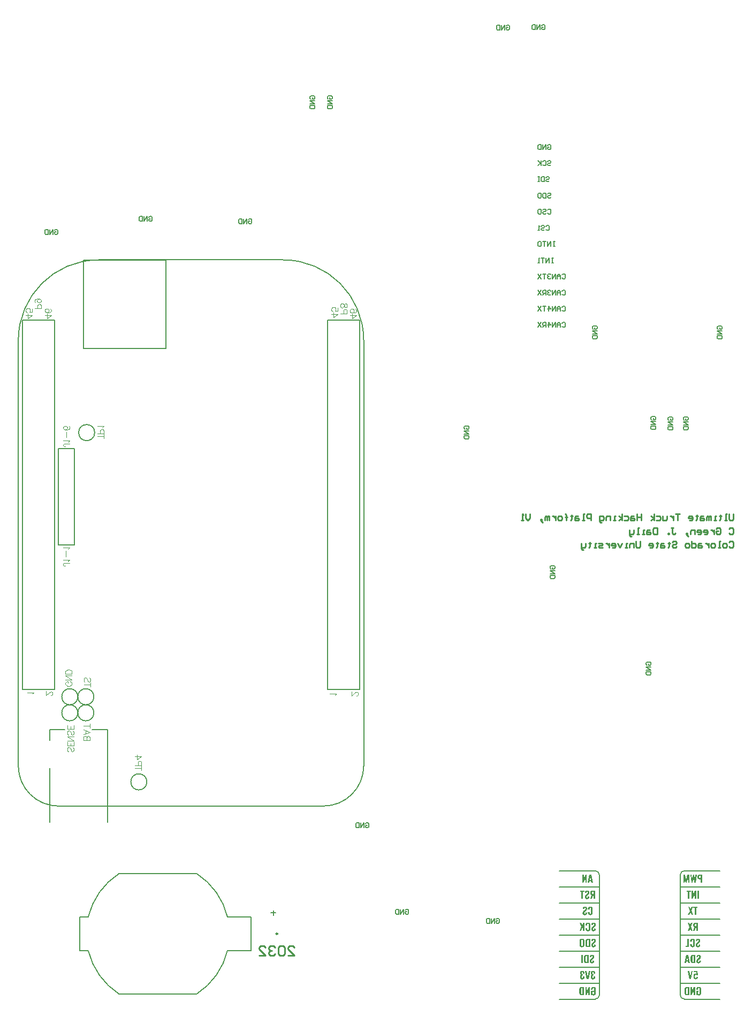
<source format=gbo>
G04*
G04 #@! TF.GenerationSoftware,Altium Limited,Altium Designer,24.1.2 (44)*
G04*
G04 Layer_Color=32896*
%FSLAX44Y44*%
%MOMM*%
G71*
G04*
G04 #@! TF.SameCoordinates,9E3D1DA3-FC52-4BB6-AAC9-55B28770B0AD*
G04*
G04*
G04 #@! TF.FilePolarity,Positive*
G04*
G01*
G75*
%ADD10C,0.2500*%
%ADD11C,0.2000*%
%ADD12C,0.2540*%
%ADD14C,0.1524*%
%ADD15C,0.1270*%
%ADD18C,0.0838*%
%ADD19C,0.1500*%
G36*
X938955Y112752D02*
X935641D01*
X935059Y112771D01*
X934536Y112829D01*
X934110Y112887D01*
X933742Y112984D01*
X933586Y113023D01*
X933451Y113062D01*
X933335Y113101D01*
X933238Y113120D01*
X933160Y113159D01*
X933102Y113178D01*
X933083Y113197D01*
X933063D01*
X932734Y113391D01*
X932462Y113604D01*
X932230Y113837D01*
X932055Y114050D01*
X931920Y114263D01*
X931823Y114418D01*
X931765Y114535D01*
X931745Y114554D01*
Y114573D01*
X931610Y114942D01*
X931513Y115349D01*
X931435Y115756D01*
X931396Y116143D01*
X931358Y116492D01*
Y116628D01*
X931338Y116763D01*
Y116880D01*
Y116957D01*
Y116996D01*
Y117015D01*
Y121860D01*
X931358Y122384D01*
X931396Y122868D01*
X931474Y123275D01*
X931532Y123605D01*
X931610Y123876D01*
X931687Y124089D01*
X931706Y124147D01*
X931726Y124205D01*
X931745Y124225D01*
Y124244D01*
X931920Y124554D01*
X932133Y124845D01*
X932346Y125077D01*
X932579Y125252D01*
X932773Y125407D01*
X932947Y125504D01*
X933063Y125562D01*
X933083Y125581D01*
X933102D01*
X933490Y125737D01*
X933896Y125833D01*
X934323Y125911D01*
X934749Y125969D01*
X935117Y126008D01*
X935292D01*
X935427Y126027D01*
X938955D01*
Y112752D01*
D02*
G37*
G36*
X944498Y126143D02*
X945040Y126046D01*
X945486Y125911D01*
X945699Y125833D01*
X945873Y125756D01*
X946029Y125659D01*
X946184Y125581D01*
X946300Y125504D01*
X946397Y125446D01*
X946474Y125388D01*
X946532Y125349D01*
X946552Y125330D01*
X946571Y125310D01*
X946746Y125136D01*
X946881Y124961D01*
X947017Y124748D01*
X947133Y124554D01*
X947308Y124128D01*
X947424Y123740D01*
X947482Y123372D01*
X947501Y123217D01*
X947521Y123081D01*
X947540Y122965D01*
Y122888D01*
Y122829D01*
Y122810D01*
X947521Y122403D01*
X947482Y122035D01*
X947404Y121725D01*
X947327Y121453D01*
X947250Y121221D01*
X947172Y121066D01*
X947133Y120969D01*
X947114Y120930D01*
X946939Y120659D01*
X946746Y120387D01*
X946532Y120136D01*
X946319Y119922D01*
X946145Y119729D01*
X945990Y119593D01*
X945893Y119496D01*
X945854Y119457D01*
X944478Y118256D01*
X944207Y118023D01*
X943994Y117791D01*
X943800Y117577D01*
X943645Y117403D01*
X943529Y117248D01*
X943432Y117132D01*
X943393Y117054D01*
X943373Y117035D01*
X943257Y116822D01*
X943160Y116608D01*
X943102Y116376D01*
X943044Y116182D01*
X943025Y115988D01*
X943005Y115852D01*
Y115756D01*
Y115717D01*
Y115542D01*
X943044Y115387D01*
X943063Y115252D01*
X943102Y115135D01*
X943141Y115039D01*
X943180Y114980D01*
X943199Y114942D01*
X943218Y114922D01*
X943315Y114825D01*
X943412Y114748D01*
X943529Y114709D01*
X943645Y114670D01*
X943742Y114651D01*
X943839Y114632D01*
X943916D01*
X944149Y114651D01*
X944342Y114728D01*
X944498Y114825D01*
X944633Y114942D01*
X944749Y115039D01*
X944827Y115135D01*
X944866Y115213D01*
X944885Y115232D01*
X944982Y115484D01*
X945079Y115775D01*
X945137Y116085D01*
X945176Y116395D01*
X945195Y116666D01*
X945214Y116880D01*
X945234Y116977D01*
Y117035D01*
Y117073D01*
Y117093D01*
X947560Y116686D01*
X947540Y116298D01*
X947501Y115949D01*
X947443Y115620D01*
X947366Y115310D01*
X947288Y115019D01*
X947211Y114767D01*
X947133Y114535D01*
X947036Y114341D01*
X946939Y114147D01*
X946862Y113992D01*
X946784Y113856D01*
X946707Y113759D01*
X946649Y113682D01*
X946610Y113604D01*
X946571Y113585D01*
Y113566D01*
X946377Y113391D01*
X946184Y113236D01*
X945970Y113101D01*
X945738Y113004D01*
X945292Y112810D01*
X944827Y112694D01*
X944439Y112635D01*
X944246Y112616D01*
X944110Y112597D01*
X943974Y112577D01*
X943800D01*
X943432Y112597D01*
X943102Y112635D01*
X942792Y112713D01*
X942521Y112790D01*
X942308Y112849D01*
X942152Y112926D01*
X942056Y112965D01*
X942017Y112984D01*
X941726Y113159D01*
X941494Y113352D01*
X941280Y113546D01*
X941106Y113721D01*
X940970Y113895D01*
X940873Y114031D01*
X940815Y114108D01*
X940796Y114147D01*
X940660Y114438D01*
X940544Y114728D01*
X940466Y115019D01*
X940428Y115290D01*
X940389Y115504D01*
X940369Y115697D01*
Y115814D01*
Y115833D01*
Y115852D01*
X940389Y116298D01*
X940447Y116705D01*
X940544Y117073D01*
X940641Y117403D01*
X940738Y117655D01*
X940835Y117849D01*
X940854Y117907D01*
X940893Y117965D01*
X940912Y117984D01*
Y118004D01*
X941125Y118333D01*
X941358Y118663D01*
X941610Y118973D01*
X941862Y119244D01*
X942075Y119457D01*
X942249Y119632D01*
X942366Y119748D01*
X942385Y119787D01*
X942404D01*
X943761Y120969D01*
X943974Y121163D01*
X944149Y121356D01*
X944304Y121512D01*
X944439Y121667D01*
X944536Y121783D01*
X944594Y121880D01*
X944633Y121938D01*
X944652Y121957D01*
X944749Y122132D01*
X944827Y122325D01*
X944866Y122500D01*
X944904Y122674D01*
X944924Y122829D01*
X944943Y122946D01*
Y123043D01*
Y123062D01*
X944924Y123236D01*
X944904Y123391D01*
X944866Y123527D01*
X944808Y123643D01*
X944769Y123740D01*
X944730Y123818D01*
X944711Y123857D01*
X944691Y123876D01*
X944594Y123992D01*
X944478Y124070D01*
X944362Y124128D01*
X944246Y124167D01*
X944129Y124186D01*
X944052Y124205D01*
X943974D01*
X943780Y124186D01*
X943606Y124128D01*
X943470Y124031D01*
X943373Y123954D01*
X943296Y123857D01*
X943238Y123760D01*
X943199Y123701D01*
Y123682D01*
X943141Y123469D01*
X943083Y123236D01*
X943044Y122985D01*
X943005Y122732D01*
X942986Y122500D01*
X942966Y122325D01*
Y122248D01*
Y122190D01*
Y122170D01*
Y122151D01*
X940621Y122500D01*
X940680Y123081D01*
X940777Y123585D01*
X940912Y124050D01*
X941048Y124419D01*
X941125Y124593D01*
X941183Y124729D01*
X941242Y124845D01*
X941300Y124942D01*
X941358Y125039D01*
X941377Y125097D01*
X941416Y125116D01*
Y125136D01*
X941552Y125330D01*
X941726Y125485D01*
X941900Y125620D01*
X942094Y125737D01*
X942501Y125930D01*
X942908Y126046D01*
X943296Y126124D01*
X943470Y126143D01*
X943606Y126163D01*
X943722Y126182D01*
X944207D01*
X944498Y126143D01*
D02*
G37*
G36*
X926222Y126163D02*
X926571Y126143D01*
X926900Y126085D01*
X927191Y126008D01*
X927462Y125930D01*
X927714Y125833D01*
X927947Y125737D01*
X928141Y125640D01*
X928315Y125543D01*
X928451Y125446D01*
X928586Y125349D01*
X928683Y125271D01*
X928761Y125194D01*
X928819Y125136D01*
X928838Y125116D01*
X928858Y125097D01*
X929013Y124884D01*
X929148Y124651D01*
X929381Y124147D01*
X929536Y123605D01*
X929633Y123081D01*
X929672Y122849D01*
X929710Y122616D01*
X929730Y122403D01*
Y122229D01*
X929749Y122093D01*
Y121977D01*
Y121899D01*
Y121880D01*
Y116918D01*
X929730Y116531D01*
X929710Y116163D01*
X929672Y115814D01*
X929613Y115504D01*
X929536Y115213D01*
X929458Y114942D01*
X929381Y114709D01*
X929303Y114477D01*
X929226Y114302D01*
X929148Y114128D01*
X929071Y113992D01*
X928993Y113876D01*
X928935Y113779D01*
X928896Y113721D01*
X928858Y113682D01*
Y113663D01*
X928664Y113469D01*
X928470Y113314D01*
X928238Y113159D01*
X928005Y113042D01*
X927501Y112849D01*
X926997Y112713D01*
X926765Y112674D01*
X926551Y112635D01*
X926358Y112616D01*
X926183Y112597D01*
X926028Y112577D01*
X925834D01*
X925447Y112597D01*
X925098Y112616D01*
X924788Y112674D01*
X924478Y112752D01*
X924206Y112829D01*
X923954Y112926D01*
X923741Y113023D01*
X923548Y113120D01*
X923373Y113217D01*
X923237Y113314D01*
X923102Y113411D01*
X923005Y113488D01*
X922927Y113566D01*
X922869Y113624D01*
X922850Y113643D01*
X922830Y113663D01*
X922675Y113876D01*
X922520Y114128D01*
X922307Y114632D01*
X922133Y115174D01*
X922036Y115697D01*
X921997Y115949D01*
X921958Y116163D01*
X921939Y116376D01*
Y116550D01*
X921919Y116705D01*
Y116802D01*
Y116880D01*
Y116899D01*
Y121880D01*
Y122267D01*
X921958Y122636D01*
X921997Y122965D01*
X922055Y123275D01*
X922133Y123566D01*
X922210Y123837D01*
X922288Y124070D01*
X922365Y124283D01*
X922462Y124477D01*
X922540Y124651D01*
X922617Y124787D01*
X922695Y124903D01*
X922753Y124981D01*
X922792Y125039D01*
X922811Y125077D01*
X922830Y125097D01*
X923005Y125291D01*
X923218Y125465D01*
X923451Y125601D01*
X923683Y125717D01*
X924187Y125911D01*
X924671Y126046D01*
X924904Y126085D01*
X925117Y126124D01*
X925311Y126143D01*
X925486Y126163D01*
X925640Y126182D01*
X925834D01*
X926222Y126163D01*
D02*
G37*
G36*
X929865Y138152D02*
X927172D01*
Y143365D01*
X926726Y144082D01*
X924691Y138152D01*
X921939D01*
X924633Y145458D01*
X922133Y151427D01*
X924768D01*
X927172Y145807D01*
Y151427D01*
X929865D01*
Y138152D01*
D02*
G37*
G36*
X935641Y151563D02*
X935990Y151543D01*
X936319Y151485D01*
X936629Y151408D01*
X936900Y151330D01*
X937133Y151233D01*
X937366Y151117D01*
X937559Y151020D01*
X937714Y150923D01*
X937869Y150807D01*
X937986Y150710D01*
X938083Y150633D01*
X938160Y150555D01*
X938218Y150516D01*
X938238Y150478D01*
X938257Y150458D01*
X938412Y150245D01*
X938548Y149993D01*
X938761Y149470D01*
X938916Y148908D01*
X939013Y148385D01*
X939052Y148132D01*
X939090Y147900D01*
X939110Y147687D01*
Y147512D01*
X939129Y147357D01*
Y147241D01*
Y147163D01*
Y147144D01*
Y142396D01*
X939110Y142008D01*
X939090Y141640D01*
X939052Y141291D01*
X938994Y140981D01*
X938935Y140671D01*
X938858Y140400D01*
X938780Y140167D01*
X938683Y139935D01*
X938606Y139741D01*
X938528Y139586D01*
X938451Y139431D01*
X938393Y139314D01*
X938335Y139218D01*
X938296Y139159D01*
X938257Y139121D01*
Y139101D01*
X938083Y138907D01*
X937869Y138733D01*
X937656Y138578D01*
X937404Y138462D01*
X937172Y138345D01*
X936920Y138249D01*
X936416Y138113D01*
X936183Y138074D01*
X935970Y138035D01*
X935776Y138016D01*
X935602Y137997D01*
X935447Y137977D01*
X935253D01*
X934885Y137997D01*
X934536Y138016D01*
X934226Y138074D01*
X933935Y138132D01*
X933664Y138210D01*
X933431Y138307D01*
X933218Y138404D01*
X933044Y138501D01*
X932869Y138578D01*
X932734Y138675D01*
X932617Y138772D01*
X932521Y138849D01*
X932462Y138907D01*
X932404Y138966D01*
X932365Y138985D01*
Y139004D01*
X932210Y139218D01*
X932075Y139431D01*
X931881Y139915D01*
X931726Y140400D01*
X931610Y140865D01*
X931590Y141097D01*
X931552Y141291D01*
X931532Y141485D01*
Y141640D01*
X931513Y141776D01*
Y141873D01*
Y141931D01*
Y141950D01*
Y143035D01*
X934148D01*
Y141756D01*
Y141427D01*
X934187Y141156D01*
X934207Y140904D01*
X934245Y140710D01*
X934284Y140555D01*
X934304Y140458D01*
X934342Y140380D01*
Y140361D01*
X934439Y140206D01*
X934555Y140090D01*
X934710Y140012D01*
X934865Y139954D01*
X935001Y139915D01*
X935117Y139896D01*
X935234D01*
X935466Y139915D01*
X935660Y139973D01*
X935815Y140032D01*
X935931Y140128D01*
X936028Y140206D01*
X936087Y140264D01*
X936125Y140322D01*
X936145Y140342D01*
X936222Y140535D01*
X936280Y140768D01*
X936338Y141001D01*
X936358Y141233D01*
X936377Y141427D01*
X936397Y141601D01*
Y141718D01*
Y141737D01*
Y141756D01*
Y147784D01*
X936377Y148113D01*
X936358Y148385D01*
X936319Y148617D01*
X936280Y148811D01*
X936242Y148966D01*
X936222Y149082D01*
X936183Y149140D01*
Y149160D01*
X936087Y149315D01*
X935951Y149431D01*
X935796Y149528D01*
X935621Y149586D01*
X935486Y149625D01*
X935350Y149644D01*
X935059D01*
X934904Y149605D01*
X934788Y149567D01*
X934672Y149528D01*
X934594Y149489D01*
X934536Y149450D01*
X934517Y149431D01*
X934497Y149412D01*
X934362Y149218D01*
X934265Y149024D01*
X934245Y148947D01*
X934226Y148869D01*
X934207Y148830D01*
Y148811D01*
X934187Y148675D01*
X934168Y148520D01*
X934148Y148210D01*
Y148074D01*
Y147958D01*
Y147881D01*
Y147861D01*
Y146640D01*
X931513D01*
Y147745D01*
Y148094D01*
X931552Y148404D01*
X931590Y148694D01*
X931648Y148985D01*
X931706Y149237D01*
X931784Y149470D01*
X931862Y149683D01*
X931939Y149877D01*
X932017Y150032D01*
X932094Y150187D01*
X932172Y150303D01*
X932230Y150419D01*
X932288Y150497D01*
X932327Y150555D01*
X932346Y150574D01*
X932365Y150594D01*
X932540Y150768D01*
X932734Y150923D01*
X932947Y151059D01*
X933179Y151175D01*
X933645Y151350D01*
X934129Y151466D01*
X934362Y151505D01*
X934555Y151524D01*
X934749Y151543D01*
X934924Y151563D01*
X935059Y151582D01*
X935253D01*
X935641Y151563D01*
D02*
G37*
G36*
X944478Y151543D02*
X945021Y151447D01*
X945467Y151311D01*
X945680Y151233D01*
X945854Y151156D01*
X946009Y151059D01*
X946164Y150981D01*
X946281Y150904D01*
X946377Y150846D01*
X946455Y150788D01*
X946513Y150749D01*
X946532Y150730D01*
X946552Y150710D01*
X946726Y150536D01*
X946862Y150361D01*
X946998Y150148D01*
X947114Y149954D01*
X947288Y149528D01*
X947404Y149140D01*
X947463Y148772D01*
X947482Y148617D01*
X947501Y148481D01*
X947521Y148365D01*
Y148288D01*
Y148229D01*
Y148210D01*
X947501Y147803D01*
X947463Y147435D01*
X947385Y147125D01*
X947308Y146853D01*
X947230Y146621D01*
X947153Y146466D01*
X947114Y146369D01*
X947094Y146330D01*
X946920Y146059D01*
X946726Y145787D01*
X946513Y145536D01*
X946300Y145322D01*
X946125Y145129D01*
X945970Y144993D01*
X945873Y144896D01*
X945835Y144857D01*
X944459Y143656D01*
X944187Y143423D01*
X943974Y143191D01*
X943780Y142977D01*
X943625Y142803D01*
X943509Y142648D01*
X943412Y142532D01*
X943373Y142454D01*
X943354Y142435D01*
X943238Y142222D01*
X943141Y142008D01*
X943083Y141776D01*
X943025Y141582D01*
X943005Y141388D01*
X942986Y141252D01*
Y141156D01*
Y141117D01*
Y140942D01*
X943025Y140787D01*
X943044Y140652D01*
X943083Y140535D01*
X943121Y140439D01*
X943160Y140380D01*
X943180Y140342D01*
X943199Y140322D01*
X943296Y140225D01*
X943393Y140148D01*
X943509Y140109D01*
X943625Y140070D01*
X943722Y140051D01*
X943819Y140032D01*
X943897D01*
X944129Y140051D01*
X944323Y140128D01*
X944478Y140225D01*
X944614Y140342D01*
X944730Y140439D01*
X944808Y140535D01*
X944846Y140613D01*
X944866Y140632D01*
X944963Y140884D01*
X945060Y141175D01*
X945118Y141485D01*
X945156Y141795D01*
X945176Y142066D01*
X945195Y142280D01*
X945214Y142377D01*
Y142435D01*
Y142473D01*
Y142493D01*
X947540Y142086D01*
X947521Y141698D01*
X947482Y141349D01*
X947424Y141020D01*
X947346Y140710D01*
X947269Y140419D01*
X947191Y140167D01*
X947114Y139935D01*
X947017Y139741D01*
X946920Y139547D01*
X946842Y139392D01*
X946765Y139256D01*
X946687Y139159D01*
X946629Y139082D01*
X946590Y139004D01*
X946552Y138985D01*
Y138966D01*
X946358Y138791D01*
X946164Y138636D01*
X945951Y138501D01*
X945718Y138404D01*
X945273Y138210D01*
X944808Y138094D01*
X944420Y138035D01*
X944226Y138016D01*
X944090Y137997D01*
X943955Y137977D01*
X943780D01*
X943412Y137997D01*
X943083Y138035D01*
X942773Y138113D01*
X942501Y138190D01*
X942288Y138249D01*
X942133Y138326D01*
X942036Y138365D01*
X941997Y138384D01*
X941707Y138559D01*
X941474Y138752D01*
X941261Y138946D01*
X941087Y139121D01*
X940951Y139295D01*
X940854Y139431D01*
X940796Y139508D01*
X940777Y139547D01*
X940641Y139838D01*
X940525Y140128D01*
X940447Y140419D01*
X940408Y140690D01*
X940369Y140904D01*
X940350Y141097D01*
Y141214D01*
Y141233D01*
Y141252D01*
X940369Y141698D01*
X940428Y142105D01*
X940525Y142473D01*
X940621Y142803D01*
X940718Y143055D01*
X940815Y143249D01*
X940835Y143307D01*
X940873Y143365D01*
X940893Y143384D01*
Y143404D01*
X941106Y143733D01*
X941339Y144063D01*
X941590Y144373D01*
X941842Y144644D01*
X942056Y144857D01*
X942230Y145032D01*
X942346Y145148D01*
X942366Y145187D01*
X942385D01*
X943742Y146369D01*
X943955Y146563D01*
X944129Y146756D01*
X944284Y146912D01*
X944420Y147067D01*
X944517Y147183D01*
X944575Y147280D01*
X944614Y147338D01*
X944633Y147357D01*
X944730Y147532D01*
X944808Y147725D01*
X944846Y147900D01*
X944885Y148074D01*
X944904Y148229D01*
X944924Y148346D01*
Y148443D01*
Y148462D01*
X944904Y148636D01*
X944885Y148791D01*
X944846Y148927D01*
X944788Y149043D01*
X944749Y149140D01*
X944711Y149218D01*
X944691Y149257D01*
X944672Y149276D01*
X944575Y149392D01*
X944459Y149470D01*
X944342Y149528D01*
X944226Y149567D01*
X944110Y149586D01*
X944032Y149605D01*
X943955D01*
X943761Y149586D01*
X943587Y149528D01*
X943451Y149431D01*
X943354Y149354D01*
X943277Y149257D01*
X943218Y149160D01*
X943180Y149101D01*
Y149082D01*
X943121Y148869D01*
X943063Y148636D01*
X943025Y148385D01*
X942986Y148132D01*
X942966Y147900D01*
X942947Y147725D01*
Y147648D01*
Y147590D01*
Y147570D01*
Y147551D01*
X940602Y147900D01*
X940660Y148481D01*
X940757Y148985D01*
X940893Y149450D01*
X941028Y149819D01*
X941106Y149993D01*
X941164Y150129D01*
X941222Y150245D01*
X941280Y150342D01*
X941339Y150439D01*
X941358Y150497D01*
X941397Y150516D01*
Y150536D01*
X941532Y150730D01*
X941707Y150885D01*
X941881Y151020D01*
X942075Y151137D01*
X942482Y151330D01*
X942889Y151447D01*
X943277Y151524D01*
X943451Y151543D01*
X943587Y151563D01*
X943703Y151582D01*
X944187D01*
X944478Y151543D01*
D02*
G37*
G36*
X938286Y36561D02*
X935980D01*
Y43906D01*
X933015Y36561D01*
X931193D01*
Y49837D01*
X933441D01*
Y42937D01*
X936406Y49837D01*
X938286D01*
Y36561D01*
D02*
G37*
G36*
X944371Y49973D02*
X944720Y49934D01*
X945050Y49876D01*
X945360Y49818D01*
X945631Y49721D01*
X945864Y49624D01*
X946096Y49507D01*
X946290Y49411D01*
X946445Y49294D01*
X946600Y49178D01*
X946717Y49081D01*
X946813Y49004D01*
X946891Y48926D01*
X946949Y48868D01*
X946969Y48829D01*
X946988Y48810D01*
X947143Y48577D01*
X947279Y48325D01*
X947492Y47783D01*
X947647Y47221D01*
X947744Y46678D01*
X947783Y46407D01*
X947821Y46174D01*
X947841Y45961D01*
Y45767D01*
X947860Y45612D01*
Y45496D01*
Y45418D01*
Y45399D01*
Y40941D01*
X947841Y40534D01*
X947821Y40166D01*
X947783Y39817D01*
X947724Y39488D01*
X947666Y39178D01*
X947608Y38906D01*
X947531Y38654D01*
X947453Y38422D01*
X947375Y38209D01*
X947298Y38034D01*
X947240Y37899D01*
X947182Y37763D01*
X947123Y37666D01*
X947085Y37608D01*
X947046Y37569D01*
Y37550D01*
X946872Y37337D01*
X946678Y37162D01*
X946484Y37007D01*
X946251Y36872D01*
X946038Y36755D01*
X945806Y36658D01*
X945341Y36523D01*
X944934Y36426D01*
X944740Y36406D01*
X944585Y36387D01*
X944449Y36368D01*
X944275D01*
X943984Y36387D01*
X943732Y36426D01*
X943480Y36484D01*
X943267Y36581D01*
X943073Y36678D01*
X942899Y36794D01*
X942589Y37046D01*
X942356Y37298D01*
X942201Y37511D01*
X942143Y37608D01*
X942123Y37666D01*
X942085Y37705D01*
Y37724D01*
X941910Y36561D01*
X940147D01*
Y43364D01*
X943868D01*
Y41736D01*
X942589D01*
Y40321D01*
X942608Y39992D01*
X942627Y39682D01*
X942685Y39430D01*
X942724Y39216D01*
X942782Y39042D01*
X942840Y38926D01*
X942860Y38848D01*
X942879Y38829D01*
X942996Y38654D01*
X943151Y38519D01*
X943306Y38441D01*
X943480Y38364D01*
X943635Y38325D01*
X943751Y38306D01*
X943868D01*
X944120Y38325D01*
X944333Y38383D01*
X944488Y38461D01*
X944623Y38558D01*
X944740Y38654D01*
X944798Y38732D01*
X944837Y38790D01*
X944856Y38809D01*
X944934Y39023D01*
X944992Y39255D01*
X945050Y39488D01*
X945069Y39720D01*
X945089Y39914D01*
X945108Y40089D01*
Y40205D01*
Y40224D01*
Y40244D01*
Y46135D01*
X945089Y46465D01*
X945069Y46755D01*
X945031Y47007D01*
X944992Y47201D01*
X944953Y47376D01*
X944934Y47473D01*
X944895Y47550D01*
Y47569D01*
X944798Y47724D01*
X944662Y47841D01*
X944507Y47938D01*
X944333Y47996D01*
X944197Y48035D01*
X944062Y48054D01*
X943945D01*
X943693Y48035D01*
X943499Y47996D01*
X943344Y47918D01*
X943209Y47841D01*
X943112Y47763D01*
X943054Y47686D01*
X943034Y47647D01*
X943015Y47628D01*
X942937Y47453D01*
X942899Y47240D01*
X942860Y47007D01*
X942821Y46794D01*
Y46581D01*
X942802Y46426D01*
Y46310D01*
Y46290D01*
Y46271D01*
Y45341D01*
X940185D01*
Y46116D01*
Y46465D01*
X940224Y46775D01*
X940263Y47085D01*
X940321Y47356D01*
X940379Y47608D01*
X940457Y47841D01*
X940534Y48073D01*
X940612Y48248D01*
X940709Y48422D01*
X940786Y48577D01*
X940864Y48693D01*
X940922Y48810D01*
X940980Y48887D01*
X941019Y48945D01*
X941038Y48965D01*
X941058Y48984D01*
X941232Y49159D01*
X941426Y49314D01*
X941658Y49449D01*
X941891Y49566D01*
X942375Y49740D01*
X942840Y49876D01*
X943073Y49914D01*
X943286Y49934D01*
X943480Y49953D01*
X943654Y49973D01*
X943790Y49992D01*
X943984D01*
X944371Y49973D01*
D02*
G37*
G36*
X929197Y36561D02*
X925883D01*
X925301Y36581D01*
X924778Y36639D01*
X924352Y36697D01*
X923984Y36794D01*
X923829Y36833D01*
X923693Y36872D01*
X923577Y36910D01*
X923480Y36930D01*
X923402Y36968D01*
X923344Y36988D01*
X923325Y37007D01*
X923305D01*
X922976Y37201D01*
X922704Y37414D01*
X922472Y37647D01*
X922298Y37860D01*
X922162Y38073D01*
X922065Y38228D01*
X922007Y38344D01*
X921987Y38364D01*
Y38383D01*
X921852Y38751D01*
X921755Y39158D01*
X921677Y39565D01*
X921639Y39953D01*
X921600Y40302D01*
Y40437D01*
X921580Y40573D01*
Y40689D01*
Y40767D01*
Y40806D01*
Y40825D01*
Y45670D01*
X921600Y46193D01*
X921639Y46678D01*
X921716Y47085D01*
X921774Y47414D01*
X921852Y47686D01*
X921929Y47899D01*
X921949Y47957D01*
X921968Y48015D01*
X921987Y48035D01*
Y48054D01*
X922162Y48364D01*
X922375Y48655D01*
X922588Y48887D01*
X922821Y49062D01*
X923015Y49217D01*
X923189Y49314D01*
X923305Y49372D01*
X923325Y49391D01*
X923344D01*
X923732Y49546D01*
X924139Y49643D01*
X924565Y49721D01*
X924991Y49779D01*
X925360Y49818D01*
X925534D01*
X925670Y49837D01*
X929197D01*
Y36561D01*
D02*
G37*
G36*
X946668Y188952D02*
X943974D01*
Y194960D01*
X942986D01*
X941494Y188952D01*
X938722D01*
X940544Y195425D01*
X940234Y195599D01*
X939962Y195793D01*
X939749Y195987D01*
X939575Y196180D01*
X939439Y196355D01*
X939362Y196491D01*
X939304Y196588D01*
X939284Y196626D01*
X939168Y196936D01*
X939071Y197285D01*
X939013Y197634D01*
X938955Y197964D01*
X938935Y198274D01*
Y198390D01*
X938916Y198506D01*
Y198603D01*
Y198661D01*
Y198700D01*
Y198719D01*
X938935Y199068D01*
X938955Y199398D01*
X939013Y199688D01*
X939090Y199960D01*
X939168Y200212D01*
X939265Y200425D01*
X939362Y200638D01*
X939459Y200812D01*
X939556Y200948D01*
X939652Y201084D01*
X939749Y201200D01*
X939827Y201278D01*
X939904Y201355D01*
X939962Y201394D01*
X939982Y201433D01*
X940001D01*
X940214Y201568D01*
X940447Y201704D01*
X940951Y201898D01*
X941494Y202033D01*
X942017Y202130D01*
X942249Y202169D01*
X942482Y202188D01*
X942695Y202208D01*
X942870D01*
X943005Y202227D01*
X946668D01*
Y188952D01*
D02*
G37*
G36*
X929710Y200231D02*
X927598D01*
Y188952D01*
X924885D01*
Y200231D01*
X922811D01*
Y202227D01*
X929710D01*
Y200231D01*
D02*
G37*
G36*
X934381Y202343D02*
X934924Y202246D01*
X935369Y202111D01*
X935583Y202033D01*
X935757Y201956D01*
X935912Y201859D01*
X936067Y201781D01*
X936183Y201704D01*
X936280Y201646D01*
X936358Y201588D01*
X936416Y201549D01*
X936435Y201530D01*
X936455Y201510D01*
X936629Y201336D01*
X936765Y201161D01*
X936900Y200948D01*
X937017Y200754D01*
X937191Y200328D01*
X937307Y199940D01*
X937366Y199572D01*
X937385Y199417D01*
X937404Y199281D01*
X937424Y199165D01*
Y199088D01*
Y199029D01*
Y199010D01*
X937404Y198603D01*
X937366Y198235D01*
X937288Y197925D01*
X937210Y197653D01*
X937133Y197421D01*
X937056Y197266D01*
X937017Y197169D01*
X936997Y197130D01*
X936823Y196859D01*
X936629Y196588D01*
X936416Y196336D01*
X936203Y196122D01*
X936028Y195929D01*
X935873Y195793D01*
X935776Y195696D01*
X935738Y195657D01*
X934362Y194456D01*
X934090Y194223D01*
X933877Y193991D01*
X933683Y193777D01*
X933528Y193603D01*
X933412Y193448D01*
X933315Y193332D01*
X933276Y193254D01*
X933257Y193235D01*
X933141Y193022D01*
X933044Y192808D01*
X932986Y192576D01*
X932927Y192382D01*
X932908Y192188D01*
X932889Y192052D01*
Y191956D01*
Y191917D01*
Y191742D01*
X932927Y191587D01*
X932947Y191452D01*
X932986Y191336D01*
X933024Y191239D01*
X933063Y191180D01*
X933083Y191142D01*
X933102Y191122D01*
X933199Y191025D01*
X933296Y190948D01*
X933412Y190909D01*
X933528Y190870D01*
X933625Y190851D01*
X933722Y190832D01*
X933800D01*
X934032Y190851D01*
X934226Y190928D01*
X934381Y191025D01*
X934517Y191142D01*
X934633Y191239D01*
X934710Y191336D01*
X934749Y191413D01*
X934769Y191432D01*
X934865Y191684D01*
X934962Y191975D01*
X935021Y192285D01*
X935059Y192595D01*
X935079Y192866D01*
X935098Y193080D01*
X935117Y193177D01*
Y193235D01*
Y193274D01*
Y193293D01*
X937443Y192886D01*
X937424Y192498D01*
X937385Y192150D01*
X937327Y191820D01*
X937249Y191510D01*
X937172Y191219D01*
X937094Y190967D01*
X937017Y190735D01*
X936920Y190541D01*
X936823Y190347D01*
X936745Y190192D01*
X936668Y190056D01*
X936590Y189960D01*
X936532Y189882D01*
X936494Y189804D01*
X936455Y189785D01*
Y189766D01*
X936261Y189591D01*
X936067Y189436D01*
X935854Y189301D01*
X935621Y189204D01*
X935176Y189010D01*
X934710Y188894D01*
X934323Y188835D01*
X934129Y188816D01*
X933993Y188797D01*
X933858Y188777D01*
X933683D01*
X933315Y188797D01*
X932986Y188835D01*
X932676Y188913D01*
X932404Y188990D01*
X932191Y189049D01*
X932036Y189126D01*
X931939Y189165D01*
X931900Y189184D01*
X931610Y189359D01*
X931377Y189552D01*
X931164Y189746D01*
X930990Y189921D01*
X930854Y190095D01*
X930757Y190231D01*
X930699Y190308D01*
X930679Y190347D01*
X930544Y190638D01*
X930427Y190928D01*
X930350Y191219D01*
X930311Y191490D01*
X930272Y191704D01*
X930253Y191898D01*
Y192014D01*
Y192033D01*
Y192052D01*
X930272Y192498D01*
X930331Y192905D01*
X930427Y193274D01*
X930524Y193603D01*
X930621Y193855D01*
X930718Y194049D01*
X930738Y194107D01*
X930776Y194165D01*
X930796Y194184D01*
Y194204D01*
X931009Y194533D01*
X931241Y194863D01*
X931493Y195173D01*
X931745Y195444D01*
X931958Y195657D01*
X932133Y195832D01*
X932249Y195948D01*
X932269Y195987D01*
X932288D01*
X933645Y197169D01*
X933858Y197363D01*
X934032Y197556D01*
X934187Y197712D01*
X934323Y197867D01*
X934420Y197983D01*
X934478Y198080D01*
X934517Y198138D01*
X934536Y198157D01*
X934633Y198332D01*
X934710Y198526D01*
X934749Y198700D01*
X934788Y198874D01*
X934807Y199029D01*
X934827Y199146D01*
Y199243D01*
Y199262D01*
X934807Y199436D01*
X934788Y199591D01*
X934749Y199727D01*
X934691Y199843D01*
X934652Y199940D01*
X934614Y200018D01*
X934594Y200057D01*
X934575Y200076D01*
X934478Y200192D01*
X934362Y200270D01*
X934245Y200328D01*
X934129Y200367D01*
X934013Y200386D01*
X933935Y200405D01*
X933858D01*
X933664Y200386D01*
X933490Y200328D01*
X933354Y200231D01*
X933257Y200154D01*
X933179Y200057D01*
X933121Y199960D01*
X933083Y199902D01*
Y199882D01*
X933024Y199669D01*
X932966Y199436D01*
X932927Y199184D01*
X932889Y198932D01*
X932869Y198700D01*
X932850Y198526D01*
Y198448D01*
Y198390D01*
Y198370D01*
Y198351D01*
X930505Y198700D01*
X930563Y199281D01*
X930660Y199785D01*
X930796Y200250D01*
X930931Y200619D01*
X931009Y200793D01*
X931067Y200929D01*
X931125Y201045D01*
X931183Y201142D01*
X931241Y201239D01*
X931261Y201297D01*
X931300Y201316D01*
Y201336D01*
X931435Y201530D01*
X931610Y201684D01*
X931784Y201820D01*
X931978Y201936D01*
X932385Y202130D01*
X932792Y202246D01*
X933179Y202324D01*
X933354Y202343D01*
X933490Y202363D01*
X933606Y202382D01*
X934090D01*
X934381Y202343D01*
D02*
G37*
G36*
X1101042Y126163D02*
X1101391Y126143D01*
X1101721Y126085D01*
X1102031Y126008D01*
X1102302Y125930D01*
X1102535Y125833D01*
X1102767Y125717D01*
X1102961Y125620D01*
X1103116Y125523D01*
X1103271Y125407D01*
X1103388Y125310D01*
X1103484Y125232D01*
X1103562Y125155D01*
X1103620Y125116D01*
X1103639Y125077D01*
X1103659Y125058D01*
X1103814Y124845D01*
X1103950Y124593D01*
X1104163Y124070D01*
X1104318Y123508D01*
X1104415Y122984D01*
X1104453Y122732D01*
X1104492Y122500D01*
X1104512Y122287D01*
Y122112D01*
X1104531Y121957D01*
Y121841D01*
Y121763D01*
Y121744D01*
Y116996D01*
X1104512Y116608D01*
X1104492Y116240D01*
X1104453Y115891D01*
X1104395Y115581D01*
X1104337Y115271D01*
X1104260Y115000D01*
X1104182Y114767D01*
X1104085Y114535D01*
X1104008Y114341D01*
X1103930Y114186D01*
X1103853Y114031D01*
X1103794Y113914D01*
X1103736Y113818D01*
X1103698Y113759D01*
X1103659Y113721D01*
Y113701D01*
X1103484Y113507D01*
X1103271Y113333D01*
X1103058Y113178D01*
X1102806Y113062D01*
X1102573Y112945D01*
X1102322Y112849D01*
X1101818Y112713D01*
X1101585Y112674D01*
X1101372Y112635D01*
X1101178Y112616D01*
X1101004Y112597D01*
X1100849Y112577D01*
X1100655D01*
X1100287Y112597D01*
X1099938Y112616D01*
X1099628Y112674D01*
X1099337Y112732D01*
X1099066Y112810D01*
X1098833Y112907D01*
X1098620Y113004D01*
X1098446Y113101D01*
X1098271Y113178D01*
X1098136Y113275D01*
X1098019Y113372D01*
X1097922Y113449D01*
X1097864Y113507D01*
X1097806Y113566D01*
X1097767Y113585D01*
Y113604D01*
X1097612Y113818D01*
X1097477Y114031D01*
X1097283Y114515D01*
X1097128Y115000D01*
X1097011Y115465D01*
X1096992Y115697D01*
X1096953Y115891D01*
X1096934Y116085D01*
Y116240D01*
X1096915Y116376D01*
Y116473D01*
Y116531D01*
Y116550D01*
Y117635D01*
X1099550D01*
Y116356D01*
Y116027D01*
X1099589Y115756D01*
X1099608Y115504D01*
X1099647Y115310D01*
X1099686Y115155D01*
X1099705Y115058D01*
X1099744Y114980D01*
Y114961D01*
X1099841Y114806D01*
X1099957Y114690D01*
X1100112Y114612D01*
X1100267Y114554D01*
X1100403Y114515D01*
X1100519Y114496D01*
X1100636D01*
X1100868Y114515D01*
X1101062Y114573D01*
X1101217Y114632D01*
X1101333Y114728D01*
X1101430Y114806D01*
X1101488Y114864D01*
X1101527Y114922D01*
X1101546Y114942D01*
X1101624Y115135D01*
X1101682Y115368D01*
X1101740Y115601D01*
X1101760Y115833D01*
X1101779Y116027D01*
X1101798Y116201D01*
Y116318D01*
Y116337D01*
Y116356D01*
Y122384D01*
X1101779Y122713D01*
X1101760Y122984D01*
X1101721Y123217D01*
X1101682Y123411D01*
X1101643Y123566D01*
X1101624Y123682D01*
X1101585Y123740D01*
Y123760D01*
X1101488Y123915D01*
X1101353Y124031D01*
X1101198Y124128D01*
X1101023Y124186D01*
X1100888Y124225D01*
X1100752Y124244D01*
X1100461D01*
X1100306Y124205D01*
X1100190Y124167D01*
X1100073Y124128D01*
X1099996Y124089D01*
X1099938Y124050D01*
X1099919Y124031D01*
X1099899Y124011D01*
X1099763Y123818D01*
X1099667Y123624D01*
X1099647Y123546D01*
X1099628Y123469D01*
X1099608Y123430D01*
Y123411D01*
X1099589Y123275D01*
X1099570Y123120D01*
X1099550Y122810D01*
Y122674D01*
Y122558D01*
Y122480D01*
Y122461D01*
Y121240D01*
X1096915D01*
Y122345D01*
Y122694D01*
X1096953Y123004D01*
X1096992Y123294D01*
X1097050Y123585D01*
X1097108Y123837D01*
X1097186Y124070D01*
X1097263Y124283D01*
X1097341Y124477D01*
X1097418Y124632D01*
X1097496Y124787D01*
X1097573Y124903D01*
X1097632Y125019D01*
X1097690Y125097D01*
X1097729Y125155D01*
X1097748Y125174D01*
X1097767Y125194D01*
X1097942Y125368D01*
X1098136Y125523D01*
X1098349Y125659D01*
X1098581Y125775D01*
X1099046Y125949D01*
X1099531Y126066D01*
X1099763Y126105D01*
X1099957Y126124D01*
X1100151Y126143D01*
X1100325Y126163D01*
X1100461Y126182D01*
X1100655D01*
X1101042Y126163D01*
D02*
G37*
G36*
X1095267Y112752D02*
X1089453D01*
Y114573D01*
X1092573D01*
Y126027D01*
X1095267D01*
Y112752D01*
D02*
G37*
G36*
X1109880Y126143D02*
X1110423Y126046D01*
X1110868Y125911D01*
X1111081Y125833D01*
X1111256Y125756D01*
X1111411Y125659D01*
X1111566Y125581D01*
X1111682Y125504D01*
X1111779Y125446D01*
X1111857Y125387D01*
X1111915Y125349D01*
X1111934Y125329D01*
X1111954Y125310D01*
X1112128Y125136D01*
X1112264Y124961D01*
X1112399Y124748D01*
X1112516Y124554D01*
X1112690Y124128D01*
X1112806Y123740D01*
X1112864Y123372D01*
X1112884Y123217D01*
X1112903Y123081D01*
X1112923Y122965D01*
Y122887D01*
Y122829D01*
Y122810D01*
X1112903Y122403D01*
X1112864Y122035D01*
X1112787Y121725D01*
X1112709Y121453D01*
X1112632Y121221D01*
X1112554Y121066D01*
X1112516Y120969D01*
X1112496Y120930D01*
X1112322Y120659D01*
X1112128Y120387D01*
X1111915Y120135D01*
X1111702Y119922D01*
X1111527Y119728D01*
X1111372Y119593D01*
X1111275Y119496D01*
X1111236Y119457D01*
X1109861Y118256D01*
X1109589Y118023D01*
X1109376Y117790D01*
X1109182Y117577D01*
X1109027Y117403D01*
X1108911Y117248D01*
X1108814Y117132D01*
X1108775Y117054D01*
X1108756Y117035D01*
X1108640Y116821D01*
X1108543Y116608D01*
X1108484Y116376D01*
X1108426Y116182D01*
X1108407Y115988D01*
X1108388Y115852D01*
Y115756D01*
Y115717D01*
Y115542D01*
X1108426Y115387D01*
X1108446Y115252D01*
X1108484Y115135D01*
X1108523Y115038D01*
X1108562Y114980D01*
X1108581Y114942D01*
X1108601Y114922D01*
X1108698Y114825D01*
X1108795Y114748D01*
X1108911Y114709D01*
X1109027Y114670D01*
X1109124Y114651D01*
X1109221Y114632D01*
X1109298D01*
X1109531Y114651D01*
X1109725Y114728D01*
X1109880Y114825D01*
X1110015Y114942D01*
X1110132Y115038D01*
X1110209Y115135D01*
X1110248Y115213D01*
X1110267Y115232D01*
X1110364Y115484D01*
X1110461Y115775D01*
X1110519Y116085D01*
X1110558Y116395D01*
X1110578Y116666D01*
X1110597Y116880D01*
X1110616Y116976D01*
Y117035D01*
Y117073D01*
Y117093D01*
X1112942Y116686D01*
X1112923Y116298D01*
X1112884Y115949D01*
X1112826Y115620D01*
X1112748Y115310D01*
X1112671Y115019D01*
X1112593Y114767D01*
X1112516Y114535D01*
X1112419Y114341D01*
X1112322Y114147D01*
X1112244Y113992D01*
X1112167Y113856D01*
X1112089Y113759D01*
X1112031Y113682D01*
X1111992Y113604D01*
X1111954Y113585D01*
Y113566D01*
X1111760Y113391D01*
X1111566Y113236D01*
X1111353Y113101D01*
X1111120Y113004D01*
X1110675Y112810D01*
X1110209Y112694D01*
X1109822Y112635D01*
X1109628Y112616D01*
X1109492Y112597D01*
X1109357Y112577D01*
X1109182D01*
X1108814Y112597D01*
X1108484Y112635D01*
X1108174Y112713D01*
X1107903Y112790D01*
X1107690Y112849D01*
X1107535Y112926D01*
X1107438Y112965D01*
X1107399Y112984D01*
X1107109Y113159D01*
X1106876Y113352D01*
X1106663Y113546D01*
X1106488Y113721D01*
X1106353Y113895D01*
X1106256Y114031D01*
X1106198Y114108D01*
X1106178Y114147D01*
X1106043Y114438D01*
X1105926Y114728D01*
X1105849Y115019D01*
X1105810Y115290D01*
X1105771Y115504D01*
X1105752Y115697D01*
Y115814D01*
Y115833D01*
Y115852D01*
X1105771Y116298D01*
X1105829Y116705D01*
X1105926Y117073D01*
X1106023Y117403D01*
X1106120Y117655D01*
X1106217Y117849D01*
X1106236Y117907D01*
X1106275Y117965D01*
X1106294Y117984D01*
Y118004D01*
X1106508Y118333D01*
X1106740Y118663D01*
X1106992Y118973D01*
X1107244Y119244D01*
X1107457Y119457D01*
X1107632Y119632D01*
X1107748Y119748D01*
X1107767Y119787D01*
X1107787D01*
X1109143Y120969D01*
X1109357Y121163D01*
X1109531Y121356D01*
X1109686Y121511D01*
X1109822Y121666D01*
X1109919Y121783D01*
X1109977Y121880D01*
X1110015Y121938D01*
X1110035Y121957D01*
X1110132Y122132D01*
X1110209Y122325D01*
X1110248Y122500D01*
X1110287Y122674D01*
X1110306Y122829D01*
X1110326Y122946D01*
Y123042D01*
Y123062D01*
X1110306Y123236D01*
X1110287Y123391D01*
X1110248Y123527D01*
X1110190Y123643D01*
X1110151Y123740D01*
X1110112Y123818D01*
X1110093Y123856D01*
X1110074Y123876D01*
X1109977Y123992D01*
X1109861Y124070D01*
X1109744Y124128D01*
X1109628Y124167D01*
X1109512Y124186D01*
X1109434Y124205D01*
X1109357D01*
X1109163Y124186D01*
X1108988Y124128D01*
X1108853Y124031D01*
X1108756Y123953D01*
X1108678Y123856D01*
X1108620Y123760D01*
X1108581Y123701D01*
Y123682D01*
X1108523Y123469D01*
X1108465Y123236D01*
X1108426Y122984D01*
X1108388Y122732D01*
X1108368Y122500D01*
X1108349Y122325D01*
Y122248D01*
Y122190D01*
Y122170D01*
Y122151D01*
X1106004Y122500D01*
X1106062Y123081D01*
X1106159Y123585D01*
X1106294Y124050D01*
X1106430Y124418D01*
X1106508Y124593D01*
X1106566Y124729D01*
X1106624Y124845D01*
X1106682Y124942D01*
X1106740Y125039D01*
X1106760Y125097D01*
X1106798Y125116D01*
Y125136D01*
X1106934Y125329D01*
X1107109Y125484D01*
X1107283Y125620D01*
X1107477Y125736D01*
X1107884Y125930D01*
X1108291Y126046D01*
X1108678Y126124D01*
X1108853Y126143D01*
X1108988Y126163D01*
X1109105Y126182D01*
X1109589D01*
X1109880Y126143D01*
D02*
G37*
G36*
X1105975Y214342D02*
X1103630D01*
X1102409Y222753D01*
X1101130Y214342D01*
X1098804D01*
X1097099Y227617D01*
X1099347D01*
X1100296Y219536D01*
X1101498Y227598D01*
X1103320D01*
X1104482Y219497D01*
X1105413Y227617D01*
X1107700D01*
X1105975Y214342D01*
D02*
G37*
G36*
X1095665D02*
X1093688D01*
X1093494Y223393D01*
X1091730Y214342D01*
X1090064D01*
X1088358Y223354D01*
X1088145Y214342D01*
X1086188D01*
X1086420Y227617D01*
X1089192D01*
X1090936Y219226D01*
X1092583Y227617D01*
X1095451D01*
X1095665Y214342D01*
D02*
G37*
G36*
X1116208D02*
X1113514D01*
Y220079D01*
X1112273D01*
X1111944Y220098D01*
X1111653Y220117D01*
X1111362Y220156D01*
X1111111Y220214D01*
X1110859Y220272D01*
X1110626Y220350D01*
X1110432Y220427D01*
X1110238Y220505D01*
X1110083Y220582D01*
X1109948Y220660D01*
X1109812Y220737D01*
X1109715Y220795D01*
X1109638Y220854D01*
X1109579Y220892D01*
X1109560Y220931D01*
X1109541D01*
X1109366Y221106D01*
X1109211Y221299D01*
X1109076Y221513D01*
X1108959Y221745D01*
X1108785Y222210D01*
X1108669Y222695D01*
X1108611Y223121D01*
X1108591Y223315D01*
X1108572Y223470D01*
X1108552Y223606D01*
Y223703D01*
Y223780D01*
Y223799D01*
Y224148D01*
X1108591Y224478D01*
X1108630Y224769D01*
X1108707Y225059D01*
X1108785Y225331D01*
X1108862Y225563D01*
X1109095Y226009D01*
X1109347Y226377D01*
X1109638Y226687D01*
X1109948Y226939D01*
X1110258Y227133D01*
X1110587Y227307D01*
X1110897Y227424D01*
X1111188Y227501D01*
X1111440Y227559D01*
X1111673Y227598D01*
X1111828Y227617D01*
X1116208D01*
Y214342D01*
D02*
G37*
G36*
X1105335Y87352D02*
X1102021D01*
X1101440Y87371D01*
X1100917Y87429D01*
X1100490Y87487D01*
X1100122Y87584D01*
X1099967Y87623D01*
X1099831Y87662D01*
X1099715Y87701D01*
X1099618Y87720D01*
X1099540Y87759D01*
X1099482Y87778D01*
X1099463Y87797D01*
X1099444D01*
X1099114Y87991D01*
X1098843Y88204D01*
X1098610Y88437D01*
X1098436Y88650D01*
X1098300Y88863D01*
X1098203Y89018D01*
X1098145Y89135D01*
X1098126Y89154D01*
Y89173D01*
X1097990Y89542D01*
X1097893Y89949D01*
X1097816Y90356D01*
X1097777Y90743D01*
X1097738Y91092D01*
Y91228D01*
X1097719Y91363D01*
Y91480D01*
Y91557D01*
Y91596D01*
Y91615D01*
Y96460D01*
X1097738Y96984D01*
X1097777Y97468D01*
X1097854Y97875D01*
X1097913Y98204D01*
X1097990Y98476D01*
X1098068Y98689D01*
X1098087Y98747D01*
X1098106Y98805D01*
X1098126Y98825D01*
Y98844D01*
X1098300Y99154D01*
X1098513Y99445D01*
X1098727Y99677D01*
X1098959Y99852D01*
X1099153Y100007D01*
X1099327Y100104D01*
X1099444Y100162D01*
X1099463Y100181D01*
X1099482D01*
X1099870Y100336D01*
X1100277Y100433D01*
X1100703Y100511D01*
X1101130Y100569D01*
X1101498Y100608D01*
X1101672D01*
X1101808Y100627D01*
X1105335D01*
Y87352D01*
D02*
G37*
G36*
X1096595D02*
X1094056D01*
X1093533Y90259D01*
X1091440D01*
X1090955Y87352D01*
X1088455D01*
X1091013Y100627D01*
X1094017D01*
X1096595Y87352D01*
D02*
G37*
G36*
X1110878Y100743D02*
X1111421Y100646D01*
X1111866Y100511D01*
X1112079Y100433D01*
X1112254Y100356D01*
X1112409Y100259D01*
X1112564Y100181D01*
X1112680Y100104D01*
X1112777Y100046D01*
X1112855Y99987D01*
X1112913Y99949D01*
X1112932Y99929D01*
X1112952Y99910D01*
X1113126Y99736D01*
X1113262Y99561D01*
X1113397Y99348D01*
X1113514Y99154D01*
X1113688Y98728D01*
X1113804Y98340D01*
X1113863Y97972D01*
X1113882Y97817D01*
X1113901Y97681D01*
X1113921Y97565D01*
Y97487D01*
Y97429D01*
Y97410D01*
X1113901Y97003D01*
X1113863Y96635D01*
X1113785Y96325D01*
X1113707Y96053D01*
X1113630Y95821D01*
X1113552Y95666D01*
X1113514Y95569D01*
X1113494Y95530D01*
X1113320Y95259D01*
X1113126Y94987D01*
X1112913Y94735D01*
X1112700Y94522D01*
X1112525Y94328D01*
X1112370Y94193D01*
X1112273Y94096D01*
X1112235Y94057D01*
X1110859Y92856D01*
X1110587Y92623D01*
X1110374Y92390D01*
X1110180Y92177D01*
X1110025Y92003D01*
X1109909Y91848D01*
X1109812Y91732D01*
X1109773Y91654D01*
X1109754Y91635D01*
X1109638Y91421D01*
X1109541Y91208D01*
X1109483Y90976D01*
X1109424Y90782D01*
X1109405Y90588D01*
X1109386Y90452D01*
Y90356D01*
Y90317D01*
Y90142D01*
X1109424Y89987D01*
X1109444Y89852D01*
X1109483Y89735D01*
X1109521Y89639D01*
X1109560Y89580D01*
X1109579Y89542D01*
X1109599Y89522D01*
X1109696Y89425D01*
X1109793Y89348D01*
X1109909Y89309D01*
X1110025Y89270D01*
X1110122Y89251D01*
X1110219Y89232D01*
X1110296D01*
X1110529Y89251D01*
X1110723Y89328D01*
X1110878Y89425D01*
X1111014Y89542D01*
X1111130Y89639D01*
X1111207Y89735D01*
X1111246Y89813D01*
X1111265Y89832D01*
X1111362Y90084D01*
X1111459Y90375D01*
X1111517Y90685D01*
X1111556Y90995D01*
X1111576Y91266D01*
X1111595Y91480D01*
X1111614Y91576D01*
Y91635D01*
Y91673D01*
Y91693D01*
X1113940Y91286D01*
X1113921Y90898D01*
X1113882Y90549D01*
X1113824Y90220D01*
X1113746Y89910D01*
X1113669Y89619D01*
X1113591Y89367D01*
X1113514Y89135D01*
X1113417Y88941D01*
X1113320Y88747D01*
X1113242Y88592D01*
X1113165Y88456D01*
X1113087Y88359D01*
X1113029Y88282D01*
X1112990Y88204D01*
X1112952Y88185D01*
Y88166D01*
X1112758Y87991D01*
X1112564Y87836D01*
X1112351Y87701D01*
X1112118Y87604D01*
X1111673Y87410D01*
X1111207Y87294D01*
X1110820Y87235D01*
X1110626Y87216D01*
X1110490Y87197D01*
X1110355Y87177D01*
X1110180D01*
X1109812Y87197D01*
X1109483Y87235D01*
X1109173Y87313D01*
X1108901Y87390D01*
X1108688Y87449D01*
X1108533Y87526D01*
X1108436Y87565D01*
X1108397Y87584D01*
X1108107Y87759D01*
X1107874Y87952D01*
X1107661Y88146D01*
X1107486Y88321D01*
X1107351Y88495D01*
X1107254Y88631D01*
X1107196Y88708D01*
X1107176Y88747D01*
X1107041Y89038D01*
X1106924Y89328D01*
X1106847Y89619D01*
X1106808Y89890D01*
X1106769Y90104D01*
X1106750Y90297D01*
Y90414D01*
Y90433D01*
Y90452D01*
X1106769Y90898D01*
X1106827Y91305D01*
X1106924Y91673D01*
X1107021Y92003D01*
X1107118Y92255D01*
X1107215Y92449D01*
X1107234Y92507D01*
X1107273Y92565D01*
X1107293Y92584D01*
Y92604D01*
X1107506Y92933D01*
X1107738Y93263D01*
X1107990Y93573D01*
X1108242Y93844D01*
X1108455Y94057D01*
X1108630Y94232D01*
X1108746Y94348D01*
X1108765Y94387D01*
X1108785D01*
X1110142Y95569D01*
X1110355Y95763D01*
X1110529Y95956D01*
X1110684Y96111D01*
X1110820Y96266D01*
X1110917Y96383D01*
X1110975Y96480D01*
X1111014Y96538D01*
X1111033Y96557D01*
X1111130Y96732D01*
X1111207Y96925D01*
X1111246Y97100D01*
X1111285Y97274D01*
X1111304Y97429D01*
X1111324Y97546D01*
Y97642D01*
Y97662D01*
X1111304Y97836D01*
X1111285Y97991D01*
X1111246Y98127D01*
X1111188Y98243D01*
X1111149Y98340D01*
X1111111Y98418D01*
X1111091Y98456D01*
X1111072Y98476D01*
X1110975Y98592D01*
X1110859Y98670D01*
X1110742Y98728D01*
X1110626Y98767D01*
X1110510Y98786D01*
X1110432Y98805D01*
X1110355D01*
X1110161Y98786D01*
X1109986Y98728D01*
X1109851Y98631D01*
X1109754Y98553D01*
X1109676Y98456D01*
X1109618Y98360D01*
X1109579Y98301D01*
Y98282D01*
X1109521Y98069D01*
X1109463Y97836D01*
X1109424Y97584D01*
X1109386Y97332D01*
X1109366Y97100D01*
X1109347Y96925D01*
Y96848D01*
Y96790D01*
Y96770D01*
Y96751D01*
X1107002Y97100D01*
X1107060Y97681D01*
X1107157Y98185D01*
X1107293Y98650D01*
X1107428Y99018D01*
X1107506Y99193D01*
X1107564Y99329D01*
X1107622Y99445D01*
X1107680Y99542D01*
X1107738Y99639D01*
X1107758Y99697D01*
X1107796Y99716D01*
Y99736D01*
X1107932Y99929D01*
X1108107Y100084D01*
X1108281Y100220D01*
X1108475Y100336D01*
X1108882Y100530D01*
X1109289Y100646D01*
X1109676Y100724D01*
X1109851Y100743D01*
X1109986Y100763D01*
X1110103Y100782D01*
X1110587D01*
X1110878Y100743D01*
D02*
G37*
G36*
X1106382Y188942D02*
X1104075D01*
Y196287D01*
X1101110Y188942D01*
X1099289D01*
Y202217D01*
X1101537D01*
Y195318D01*
X1104502Y202217D01*
X1106382D01*
Y188942D01*
D02*
G37*
G36*
X1111091D02*
X1108397D01*
Y202217D01*
X1111091D01*
Y188942D01*
D02*
G37*
G36*
X1098165Y200221D02*
X1096052D01*
Y188942D01*
X1093339D01*
Y200221D01*
X1091265D01*
Y202217D01*
X1098165D01*
Y200221D01*
D02*
G37*
G36*
X1104744Y36561D02*
X1102438D01*
Y43906D01*
X1099473Y36561D01*
X1097651D01*
Y49837D01*
X1099899D01*
Y42937D01*
X1102864Y49837D01*
X1104744D01*
Y36561D01*
D02*
G37*
G36*
X1110829Y49972D02*
X1111178Y49934D01*
X1111508Y49875D01*
X1111818Y49817D01*
X1112089Y49721D01*
X1112322Y49624D01*
X1112554Y49507D01*
X1112748Y49410D01*
X1112903Y49294D01*
X1113058Y49178D01*
X1113175Y49081D01*
X1113271Y49003D01*
X1113349Y48926D01*
X1113407Y48868D01*
X1113427Y48829D01*
X1113446Y48810D01*
X1113601Y48577D01*
X1113737Y48325D01*
X1113950Y47783D01*
X1114105Y47220D01*
X1114202Y46678D01*
X1114240Y46406D01*
X1114279Y46174D01*
X1114299Y45961D01*
Y45767D01*
X1114318Y45612D01*
Y45496D01*
Y45418D01*
Y45399D01*
Y40941D01*
X1114299Y40534D01*
X1114279Y40166D01*
X1114240Y39817D01*
X1114182Y39488D01*
X1114124Y39178D01*
X1114066Y38906D01*
X1113988Y38654D01*
X1113911Y38422D01*
X1113833Y38209D01*
X1113756Y38034D01*
X1113698Y37899D01*
X1113640Y37763D01*
X1113581Y37666D01*
X1113543Y37608D01*
X1113504Y37569D01*
Y37550D01*
X1113330Y37336D01*
X1113136Y37162D01*
X1112942Y37007D01*
X1112709Y36871D01*
X1112496Y36755D01*
X1112264Y36658D01*
X1111798Y36523D01*
X1111392Y36426D01*
X1111198Y36406D01*
X1111043Y36387D01*
X1110907Y36367D01*
X1110733D01*
X1110442Y36387D01*
X1110190Y36426D01*
X1109938Y36484D01*
X1109725Y36581D01*
X1109531Y36678D01*
X1109357Y36794D01*
X1109047Y37046D01*
X1108814Y37298D01*
X1108659Y37511D01*
X1108601Y37608D01*
X1108581Y37666D01*
X1108543Y37705D01*
Y37724D01*
X1108368Y36561D01*
X1106605D01*
Y43364D01*
X1110326D01*
Y41736D01*
X1109047D01*
Y40321D01*
X1109066Y39992D01*
X1109085Y39681D01*
X1109144Y39430D01*
X1109182Y39216D01*
X1109240Y39042D01*
X1109298Y38926D01*
X1109318Y38848D01*
X1109337Y38829D01*
X1109454Y38654D01*
X1109609Y38519D01*
X1109764Y38441D01*
X1109938Y38364D01*
X1110093Y38325D01*
X1110209Y38305D01*
X1110326D01*
X1110578Y38325D01*
X1110791Y38383D01*
X1110946Y38461D01*
X1111081Y38558D01*
X1111198Y38654D01*
X1111256Y38732D01*
X1111295Y38790D01*
X1111314Y38809D01*
X1111392Y39023D01*
X1111450Y39255D01*
X1111508Y39488D01*
X1111527Y39720D01*
X1111547Y39914D01*
X1111566Y40089D01*
Y40205D01*
Y40224D01*
Y40244D01*
Y46135D01*
X1111547Y46465D01*
X1111527Y46755D01*
X1111488Y47007D01*
X1111450Y47201D01*
X1111411Y47375D01*
X1111392Y47472D01*
X1111353Y47550D01*
Y47569D01*
X1111256Y47724D01*
X1111120Y47841D01*
X1110965Y47937D01*
X1110791Y47996D01*
X1110655Y48034D01*
X1110519Y48054D01*
X1110403D01*
X1110151Y48034D01*
X1109957Y47996D01*
X1109802Y47918D01*
X1109667Y47841D01*
X1109570Y47763D01*
X1109512Y47686D01*
X1109492Y47647D01*
X1109473Y47627D01*
X1109395Y47453D01*
X1109357Y47240D01*
X1109318Y47007D01*
X1109279Y46794D01*
Y46581D01*
X1109260Y46426D01*
Y46310D01*
Y46290D01*
Y46271D01*
Y45340D01*
X1106643D01*
Y46116D01*
Y46465D01*
X1106682Y46775D01*
X1106721Y47085D01*
X1106779Y47356D01*
X1106837Y47608D01*
X1106915Y47841D01*
X1106992Y48073D01*
X1107070Y48248D01*
X1107167Y48422D01*
X1107244Y48577D01*
X1107322Y48693D01*
X1107380Y48810D01*
X1107438Y48887D01*
X1107477Y48945D01*
X1107496Y48965D01*
X1107515Y48984D01*
X1107690Y49158D01*
X1107884Y49314D01*
X1108116Y49449D01*
X1108349Y49565D01*
X1108833Y49740D01*
X1109298Y49875D01*
X1109531Y49914D01*
X1109744Y49934D01*
X1109938Y49953D01*
X1110113Y49972D01*
X1110248Y49992D01*
X1110442D01*
X1110829Y49972D01*
D02*
G37*
G36*
X1095655Y36561D02*
X1092341D01*
X1091759Y36581D01*
X1091236Y36639D01*
X1090810Y36697D01*
X1090442Y36794D01*
X1090286Y36833D01*
X1090151Y36871D01*
X1090035Y36910D01*
X1089938Y36930D01*
X1089860Y36968D01*
X1089802Y36988D01*
X1089783Y37007D01*
X1089763D01*
X1089434Y37201D01*
X1089163Y37414D01*
X1088930Y37647D01*
X1088755Y37860D01*
X1088620Y38073D01*
X1088523Y38228D01*
X1088465Y38344D01*
X1088445Y38364D01*
Y38383D01*
X1088310Y38751D01*
X1088213Y39158D01*
X1088135Y39565D01*
X1088097Y39953D01*
X1088058Y40302D01*
Y40437D01*
X1088038Y40573D01*
Y40689D01*
Y40767D01*
Y40806D01*
Y40825D01*
Y45670D01*
X1088058Y46193D01*
X1088097Y46678D01*
X1088174Y47085D01*
X1088232Y47414D01*
X1088310Y47686D01*
X1088387Y47899D01*
X1088407Y47957D01*
X1088426Y48015D01*
X1088445Y48034D01*
Y48054D01*
X1088620Y48364D01*
X1088833Y48655D01*
X1089046Y48887D01*
X1089279Y49061D01*
X1089473Y49217D01*
X1089647Y49314D01*
X1089763Y49372D01*
X1089783Y49391D01*
X1089802D01*
X1090190Y49546D01*
X1090597Y49643D01*
X1091023Y49721D01*
X1091449Y49779D01*
X1091818Y49817D01*
X1091992D01*
X1092128Y49837D01*
X1095655D01*
Y36561D01*
D02*
G37*
G36*
X939294Y176963D02*
X939643Y176943D01*
X939972Y176885D01*
X940282Y176808D01*
X940554Y176730D01*
X940786Y176633D01*
X941019Y176517D01*
X941212Y176420D01*
X941368Y176323D01*
X941523Y176207D01*
X941639Y176110D01*
X941736Y176033D01*
X941813Y175955D01*
X941871Y175916D01*
X941891Y175877D01*
X941910Y175858D01*
X942065Y175645D01*
X942201Y175393D01*
X942414Y174870D01*
X942569Y174308D01*
X942666Y173785D01*
X942705Y173533D01*
X942744Y173300D01*
X942763Y173087D01*
Y172912D01*
X942782Y172757D01*
Y172641D01*
Y172563D01*
Y172544D01*
Y167796D01*
X942763Y167408D01*
X942744Y167040D01*
X942705Y166691D01*
X942647Y166381D01*
X942589Y166071D01*
X942511Y165800D01*
X942433Y165567D01*
X942337Y165335D01*
X942259Y165141D01*
X942182Y164986D01*
X942104Y164831D01*
X942046Y164715D01*
X941988Y164618D01*
X941949Y164559D01*
X941910Y164521D01*
Y164501D01*
X941736Y164307D01*
X941523Y164133D01*
X941309Y163978D01*
X941058Y163862D01*
X940825Y163745D01*
X940573Y163649D01*
X940069Y163513D01*
X939837Y163474D01*
X939623Y163435D01*
X939430Y163416D01*
X939255Y163397D01*
X939100Y163377D01*
X938906D01*
X938538Y163397D01*
X938189Y163416D01*
X937879Y163474D01*
X937588Y163532D01*
X937317Y163610D01*
X937085Y163707D01*
X936871Y163804D01*
X936697Y163901D01*
X936523Y163978D01*
X936387Y164075D01*
X936271Y164172D01*
X936174Y164249D01*
X936116Y164307D01*
X936057Y164366D01*
X936019Y164385D01*
Y164404D01*
X935864Y164618D01*
X935728Y164831D01*
X935534Y165315D01*
X935379Y165800D01*
X935263Y166265D01*
X935243Y166497D01*
X935205Y166691D01*
X935185Y166885D01*
Y167040D01*
X935166Y167176D01*
Y167273D01*
Y167331D01*
Y167350D01*
Y168435D01*
X937802D01*
Y167156D01*
Y166827D01*
X937840Y166556D01*
X937860Y166304D01*
X937898Y166110D01*
X937937Y165955D01*
X937957Y165858D01*
X937995Y165780D01*
Y165761D01*
X938092Y165606D01*
X938209Y165490D01*
X938364Y165412D01*
X938519Y165354D01*
X938654Y165315D01*
X938771Y165296D01*
X938887D01*
X939119Y165315D01*
X939313Y165373D01*
X939468Y165432D01*
X939585Y165529D01*
X939681Y165606D01*
X939740Y165664D01*
X939778Y165722D01*
X939798Y165742D01*
X939875Y165935D01*
X939933Y166168D01*
X939992Y166401D01*
X940011Y166633D01*
X940030Y166827D01*
X940050Y167001D01*
Y167118D01*
Y167137D01*
Y167156D01*
Y173184D01*
X940030Y173513D01*
X940011Y173785D01*
X939972Y174017D01*
X939933Y174211D01*
X939895Y174366D01*
X939875Y174482D01*
X939837Y174540D01*
Y174560D01*
X939740Y174715D01*
X939604Y174831D01*
X939449Y174928D01*
X939275Y174986D01*
X939139Y175025D01*
X939003Y175044D01*
X938712D01*
X938558Y175005D01*
X938441Y174967D01*
X938325Y174928D01*
X938247Y174889D01*
X938189Y174850D01*
X938170Y174831D01*
X938150Y174812D01*
X938015Y174618D01*
X937918Y174424D01*
X937898Y174347D01*
X937879Y174269D01*
X937860Y174230D01*
Y174211D01*
X937840Y174075D01*
X937821Y173920D01*
X937802Y173610D01*
Y173474D01*
Y173358D01*
Y173281D01*
Y173261D01*
Y172040D01*
X935166D01*
Y173145D01*
Y173494D01*
X935205Y173804D01*
X935243Y174095D01*
X935302Y174385D01*
X935360Y174637D01*
X935437Y174870D01*
X935515Y175083D01*
X935592Y175277D01*
X935670Y175432D01*
X935747Y175587D01*
X935825Y175703D01*
X935883Y175819D01*
X935941Y175897D01*
X935980Y175955D01*
X935999Y175974D01*
X936019Y175994D01*
X936193Y176168D01*
X936387Y176323D01*
X936600Y176459D01*
X936833Y176575D01*
X937298Y176750D01*
X937782Y176866D01*
X938015Y176905D01*
X938209Y176924D01*
X938402Y176943D01*
X938577Y176963D01*
X938712Y176982D01*
X938906D01*
X939294Y176963D01*
D02*
G37*
G36*
X930786Y176943D02*
X931329Y176847D01*
X931774Y176711D01*
X931988Y176633D01*
X932162Y176556D01*
X932317Y176459D01*
X932472Y176381D01*
X932588Y176304D01*
X932685Y176246D01*
X932763Y176188D01*
X932821Y176149D01*
X932840Y176129D01*
X932860Y176110D01*
X933034Y175936D01*
X933170Y175761D01*
X933305Y175548D01*
X933422Y175354D01*
X933596Y174928D01*
X933712Y174540D01*
X933771Y174172D01*
X933790Y174017D01*
X933809Y173881D01*
X933829Y173765D01*
Y173688D01*
Y173629D01*
Y173610D01*
X933809Y173203D01*
X933771Y172835D01*
X933693Y172525D01*
X933615Y172253D01*
X933538Y172021D01*
X933460Y171866D01*
X933422Y171769D01*
X933402Y171730D01*
X933228Y171459D01*
X933034Y171187D01*
X932821Y170936D01*
X932608Y170722D01*
X932433Y170529D01*
X932278Y170393D01*
X932181Y170296D01*
X932143Y170257D01*
X930767Y169056D01*
X930495Y168823D01*
X930282Y168591D01*
X930088Y168377D01*
X929933Y168203D01*
X929817Y168048D01*
X929720Y167932D01*
X929681Y167854D01*
X929662Y167835D01*
X929546Y167622D01*
X929449Y167408D01*
X929391Y167176D01*
X929333Y166982D01*
X929313Y166788D01*
X929294Y166653D01*
Y166556D01*
Y166517D01*
Y166343D01*
X929333Y166187D01*
X929352Y166052D01*
X929391Y165935D01*
X929429Y165839D01*
X929468Y165780D01*
X929488Y165742D01*
X929507Y165722D01*
X929604Y165625D01*
X929701Y165548D01*
X929817Y165509D01*
X929933Y165470D01*
X930030Y165451D01*
X930127Y165432D01*
X930205D01*
X930437Y165451D01*
X930631Y165529D01*
X930786Y165625D01*
X930922Y165742D01*
X931038Y165839D01*
X931115Y165935D01*
X931154Y166013D01*
X931174Y166032D01*
X931271Y166284D01*
X931367Y166575D01*
X931425Y166885D01*
X931464Y167195D01*
X931484Y167467D01*
X931503Y167680D01*
X931522Y167777D01*
Y167835D01*
Y167873D01*
Y167893D01*
X933848Y167486D01*
X933829Y167098D01*
X933790Y166749D01*
X933732Y166420D01*
X933654Y166110D01*
X933577Y165819D01*
X933499Y165567D01*
X933422Y165335D01*
X933325Y165141D01*
X933228Y164947D01*
X933150Y164792D01*
X933073Y164656D01*
X932995Y164559D01*
X932937Y164482D01*
X932898Y164404D01*
X932860Y164385D01*
Y164366D01*
X932666Y164191D01*
X932472Y164036D01*
X932259Y163901D01*
X932026Y163804D01*
X931581Y163610D01*
X931115Y163494D01*
X930728Y163435D01*
X930534Y163416D01*
X930398Y163397D01*
X930263Y163377D01*
X930088D01*
X929720Y163397D01*
X929391Y163435D01*
X929081Y163513D01*
X928809Y163591D01*
X928596Y163649D01*
X928441Y163726D01*
X928344Y163765D01*
X928305Y163784D01*
X928015Y163959D01*
X927782Y164153D01*
X927569Y164346D01*
X927394Y164521D01*
X927259Y164695D01*
X927162Y164831D01*
X927104Y164908D01*
X927084Y164947D01*
X926949Y165238D01*
X926832Y165529D01*
X926755Y165819D01*
X926716Y166091D01*
X926677Y166304D01*
X926658Y166497D01*
Y166614D01*
Y166633D01*
Y166653D01*
X926677Y167098D01*
X926736Y167505D01*
X926832Y167873D01*
X926929Y168203D01*
X927026Y168455D01*
X927123Y168649D01*
X927142Y168707D01*
X927181Y168765D01*
X927201Y168784D01*
Y168804D01*
X927414Y169133D01*
X927646Y169463D01*
X927898Y169773D01*
X928150Y170044D01*
X928363Y170257D01*
X928538Y170432D01*
X928654Y170548D01*
X928674Y170587D01*
X928693D01*
X930050Y171769D01*
X930263Y171963D01*
X930437Y172157D01*
X930592Y172312D01*
X930728Y172467D01*
X930825Y172583D01*
X930883Y172680D01*
X930922Y172738D01*
X930941Y172757D01*
X931038Y172932D01*
X931115Y173125D01*
X931154Y173300D01*
X931193Y173474D01*
X931212Y173629D01*
X931232Y173746D01*
Y173843D01*
Y173862D01*
X931212Y174036D01*
X931193Y174191D01*
X931154Y174327D01*
X931096Y174443D01*
X931057Y174540D01*
X931019Y174618D01*
X930999Y174657D01*
X930980Y174676D01*
X930883Y174792D01*
X930767Y174870D01*
X930650Y174928D01*
X930534Y174967D01*
X930418Y174986D01*
X930340Y175005D01*
X930263D01*
X930069Y174986D01*
X929894Y174928D01*
X929759Y174831D01*
X929662Y174753D01*
X929584Y174657D01*
X929526Y174560D01*
X929488Y174501D01*
Y174482D01*
X929429Y174269D01*
X929371Y174036D01*
X929333Y173785D01*
X929294Y173533D01*
X929274Y173300D01*
X929255Y173125D01*
Y173048D01*
Y172990D01*
Y172971D01*
Y172951D01*
X926910Y173300D01*
X926968Y173881D01*
X927065Y174385D01*
X927201Y174850D01*
X927336Y175219D01*
X927414Y175393D01*
X927472Y175529D01*
X927530Y175645D01*
X927588Y175742D01*
X927646Y175839D01*
X927666Y175897D01*
X927704Y175916D01*
Y175936D01*
X927840Y176129D01*
X928015Y176285D01*
X928189Y176420D01*
X928383Y176537D01*
X928790Y176730D01*
X929197Y176847D01*
X929584Y176924D01*
X929759Y176943D01*
X929894Y176963D01*
X930011Y176982D01*
X930495D01*
X930786Y176943D01*
D02*
G37*
G36*
X936503Y87352D02*
X933189D01*
X932608Y87371D01*
X932085Y87429D01*
X931658Y87487D01*
X931290Y87584D01*
X931135Y87623D01*
X930999Y87662D01*
X930883Y87701D01*
X930786Y87720D01*
X930708Y87759D01*
X930650Y87778D01*
X930631Y87797D01*
X930612D01*
X930282Y87991D01*
X930011Y88204D01*
X929778Y88437D01*
X929604Y88650D01*
X929468Y88863D01*
X929371Y89018D01*
X929313Y89135D01*
X929294Y89154D01*
Y89173D01*
X929158Y89542D01*
X929061Y89949D01*
X928984Y90356D01*
X928945Y90743D01*
X928906Y91092D01*
Y91228D01*
X928887Y91363D01*
Y91480D01*
Y91557D01*
Y91596D01*
Y91615D01*
Y96460D01*
X928906Y96984D01*
X928945Y97468D01*
X929022Y97875D01*
X929081Y98205D01*
X929158Y98476D01*
X929236Y98689D01*
X929255Y98747D01*
X929274Y98805D01*
X929294Y98825D01*
Y98844D01*
X929468Y99154D01*
X929681Y99445D01*
X929894Y99677D01*
X930127Y99852D01*
X930321Y100007D01*
X930495Y100104D01*
X930612Y100162D01*
X930631Y100181D01*
X930650D01*
X931038Y100337D01*
X931445Y100433D01*
X931871Y100511D01*
X932298Y100569D01*
X932666Y100608D01*
X932840D01*
X932976Y100627D01*
X936503D01*
Y87352D01*
D02*
G37*
G36*
X927065D02*
X924371D01*
Y100627D01*
X927065D01*
Y87352D01*
D02*
G37*
G36*
X942046Y100743D02*
X942589Y100646D01*
X943034Y100511D01*
X943248Y100433D01*
X943422Y100356D01*
X943577Y100259D01*
X943732Y100181D01*
X943848Y100104D01*
X943945Y100046D01*
X944023Y99988D01*
X944081Y99949D01*
X944100Y99930D01*
X944120Y99910D01*
X944294Y99736D01*
X944430Y99561D01*
X944565Y99348D01*
X944682Y99154D01*
X944856Y98728D01*
X944972Y98340D01*
X945030Y97972D01*
X945050Y97817D01*
X945069Y97681D01*
X945089Y97565D01*
Y97488D01*
Y97429D01*
Y97410D01*
X945069Y97003D01*
X945030Y96635D01*
X944953Y96325D01*
X944875Y96053D01*
X944798Y95821D01*
X944720Y95666D01*
X944682Y95569D01*
X944662Y95530D01*
X944488Y95259D01*
X944294Y94987D01*
X944081Y94736D01*
X943868Y94522D01*
X943693Y94329D01*
X943538Y94193D01*
X943441Y94096D01*
X943402Y94057D01*
X942027Y92856D01*
X941755Y92623D01*
X941542Y92391D01*
X941348Y92177D01*
X941193Y92003D01*
X941077Y91848D01*
X940980Y91732D01*
X940941Y91654D01*
X940922Y91635D01*
X940806Y91422D01*
X940709Y91208D01*
X940650Y90976D01*
X940592Y90782D01*
X940573Y90588D01*
X940554Y90452D01*
Y90356D01*
Y90317D01*
Y90142D01*
X940592Y89987D01*
X940612Y89852D01*
X940650Y89735D01*
X940689Y89639D01*
X940728Y89580D01*
X940747Y89542D01*
X940767Y89522D01*
X940864Y89425D01*
X940961Y89348D01*
X941077Y89309D01*
X941193Y89270D01*
X941290Y89251D01*
X941387Y89232D01*
X941464D01*
X941697Y89251D01*
X941891Y89328D01*
X942046Y89425D01*
X942182Y89542D01*
X942298Y89639D01*
X942375Y89735D01*
X942414Y89813D01*
X942433Y89832D01*
X942530Y90084D01*
X942627Y90375D01*
X942685Y90685D01*
X942724Y90995D01*
X942744Y91266D01*
X942763Y91480D01*
X942782Y91577D01*
Y91635D01*
Y91673D01*
Y91693D01*
X945108Y91286D01*
X945089Y90898D01*
X945050Y90549D01*
X944992Y90220D01*
X944914Y89910D01*
X944837Y89619D01*
X944759Y89367D01*
X944682Y89135D01*
X944585Y88941D01*
X944488Y88747D01*
X944410Y88592D01*
X944333Y88456D01*
X944255Y88359D01*
X944197Y88282D01*
X944158Y88204D01*
X944120Y88185D01*
Y88166D01*
X943926Y87991D01*
X943732Y87836D01*
X943519Y87701D01*
X943286Y87604D01*
X942840Y87410D01*
X942375Y87294D01*
X941988Y87235D01*
X941794Y87216D01*
X941658Y87197D01*
X941523Y87177D01*
X941348D01*
X940980Y87197D01*
X940650Y87235D01*
X940340Y87313D01*
X940069Y87390D01*
X939856Y87449D01*
X939701Y87526D01*
X939604Y87565D01*
X939565Y87584D01*
X939275Y87759D01*
X939042Y87952D01*
X938829Y88146D01*
X938654Y88321D01*
X938519Y88495D01*
X938422Y88631D01*
X938364Y88708D01*
X938344Y88747D01*
X938209Y89038D01*
X938092Y89328D01*
X938015Y89619D01*
X937976Y89890D01*
X937937Y90104D01*
X937918Y90297D01*
Y90414D01*
Y90433D01*
Y90452D01*
X937937Y90898D01*
X937995Y91305D01*
X938092Y91673D01*
X938189Y92003D01*
X938286Y92255D01*
X938383Y92449D01*
X938402Y92507D01*
X938441Y92565D01*
X938461Y92584D01*
Y92604D01*
X938674Y92933D01*
X938906Y93263D01*
X939158Y93573D01*
X939410Y93844D01*
X939623Y94057D01*
X939798Y94232D01*
X939914Y94348D01*
X939933Y94387D01*
X939953D01*
X941309Y95569D01*
X941523Y95763D01*
X941697Y95956D01*
X941852Y96112D01*
X941988Y96267D01*
X942085Y96383D01*
X942143Y96480D01*
X942182Y96538D01*
X942201Y96557D01*
X942298Y96732D01*
X942375Y96925D01*
X942414Y97100D01*
X942453Y97274D01*
X942472Y97429D01*
X942492Y97546D01*
Y97643D01*
Y97662D01*
X942472Y97836D01*
X942453Y97991D01*
X942414Y98127D01*
X942356Y98243D01*
X942317Y98340D01*
X942279Y98418D01*
X942259Y98457D01*
X942240Y98476D01*
X942143Y98592D01*
X942027Y98670D01*
X941910Y98728D01*
X941794Y98767D01*
X941678Y98786D01*
X941600Y98805D01*
X941523D01*
X941329Y98786D01*
X941154Y98728D01*
X941019Y98631D01*
X940922Y98553D01*
X940844Y98457D01*
X940786Y98360D01*
X940747Y98301D01*
Y98282D01*
X940689Y98069D01*
X940631Y97836D01*
X940592Y97584D01*
X940554Y97332D01*
X940534Y97100D01*
X940515Y96925D01*
Y96848D01*
Y96790D01*
Y96770D01*
Y96751D01*
X938170Y97100D01*
X938228Y97681D01*
X938325Y98185D01*
X938461Y98650D01*
X938596Y99019D01*
X938674Y99193D01*
X938732Y99329D01*
X938790Y99445D01*
X938848Y99542D01*
X938906Y99639D01*
X938926Y99697D01*
X938964Y99716D01*
Y99736D01*
X939100Y99930D01*
X939275Y100084D01*
X939449Y100220D01*
X939643Y100337D01*
X940050Y100530D01*
X940457Y100646D01*
X940844Y100724D01*
X941019Y100743D01*
X941154Y100763D01*
X941271Y100782D01*
X941755D01*
X942046Y100743D01*
D02*
G37*
G36*
X1099017Y170655D02*
X1101653Y163542D01*
X1099366D01*
X1097835Y167728D01*
X1096110Y163542D01*
X1093571D01*
X1096227Y170015D01*
X1093804Y176817D01*
X1096110D01*
X1097409Y172980D01*
X1098998Y176817D01*
X1101556D01*
X1099017Y170655D01*
D02*
G37*
G36*
X1108824Y174821D02*
X1106711D01*
Y163542D01*
X1103998D01*
Y174821D01*
X1101924D01*
Y176817D01*
X1108824D01*
Y174821D01*
D02*
G37*
G36*
X943577Y75392D02*
X943868Y75373D01*
X944391Y75256D01*
X944837Y75121D01*
X945031Y75024D01*
X945205Y74946D01*
X945360Y74849D01*
X945496Y74772D01*
X945612Y74675D01*
X945709Y74617D01*
X945786Y74559D01*
X945844Y74500D01*
X945864Y74481D01*
X945883Y74462D01*
X946038Y74268D01*
X946193Y74074D01*
X946426Y73648D01*
X946581Y73202D01*
X946697Y72756D01*
X946755Y72369D01*
X946794Y72194D01*
Y72059D01*
X946813Y71942D01*
Y71845D01*
Y71787D01*
Y71768D01*
Y71051D01*
X944275D01*
Y71632D01*
X944255Y71942D01*
X944236Y72214D01*
X944197Y72427D01*
X944158Y72621D01*
X944120Y72756D01*
X944100Y72873D01*
X944062Y72931D01*
Y72950D01*
X943965Y73105D01*
X943848Y73202D01*
X943713Y73280D01*
X943577Y73338D01*
X943461Y73376D01*
X943364Y73396D01*
X943267D01*
X943054Y73376D01*
X942879Y73338D01*
X942744Y73260D01*
X942627Y73202D01*
X942530Y73124D01*
X942472Y73047D01*
X942453Y73008D01*
X942433Y72989D01*
X942356Y72814D01*
X942279Y72621D01*
X942220Y72214D01*
X942201Y72020D01*
X942182Y71865D01*
Y71768D01*
Y71748D01*
Y71729D01*
X942201Y71361D01*
X942240Y71051D01*
X942279Y70799D01*
X942337Y70586D01*
X942414Y70411D01*
X942453Y70314D01*
X942492Y70237D01*
X942511Y70217D01*
X942647Y70062D01*
X942840Y69946D01*
X943034Y69868D01*
X943228Y69810D01*
X943402Y69772D01*
X943558Y69752D01*
X944100D01*
Y67911D01*
X943713D01*
X943654Y67892D01*
X943635D01*
X943344Y67872D01*
X943112Y67795D01*
X942899Y67717D01*
X942744Y67620D01*
X942627Y67523D01*
X942550Y67427D01*
X942511Y67368D01*
X942492Y67349D01*
X942395Y67136D01*
X942317Y66884D01*
X942259Y66632D01*
X942220Y66380D01*
X942201Y66147D01*
X942182Y65954D01*
Y65876D01*
Y65818D01*
Y65799D01*
Y65779D01*
Y65430D01*
X942220Y65120D01*
X942240Y64868D01*
X942279Y64655D01*
X942317Y64500D01*
X942356Y64384D01*
X942375Y64326D01*
X942395Y64306D01*
X942492Y64151D01*
X942608Y64054D01*
X942744Y63977D01*
X942879Y63919D01*
X942996Y63880D01*
X943112Y63861D01*
X943209D01*
X943422Y63880D01*
X943596Y63919D01*
X943732Y63996D01*
X943848Y64074D01*
X943945Y64151D01*
X944003Y64229D01*
X944023Y64268D01*
X944042Y64287D01*
X944120Y64481D01*
X944178Y64713D01*
X944217Y64946D01*
X944236Y65198D01*
X944255Y65411D01*
X944275Y65585D01*
Y65721D01*
Y65741D01*
Y65760D01*
Y66206D01*
X946813D01*
Y65741D01*
X946794Y65392D01*
X946775Y65062D01*
X946736Y64752D01*
X946678Y64461D01*
X946620Y64209D01*
X946542Y63958D01*
X946465Y63744D01*
X946387Y63531D01*
X946310Y63357D01*
X946251Y63202D01*
X946174Y63085D01*
X946116Y62969D01*
X946058Y62892D01*
X946019Y62833D01*
X945980Y62795D01*
Y62775D01*
X945806Y62601D01*
X945612Y62446D01*
X945418Y62291D01*
X945185Y62175D01*
X944740Y62000D01*
X944275Y61884D01*
X943868Y61806D01*
X943693Y61787D01*
X943538Y61768D01*
X943402Y61748D01*
X943228D01*
X942899Y61768D01*
X942589Y61787D01*
X942298Y61845D01*
X942027Y61923D01*
X941794Y62000D01*
X941561Y62078D01*
X941368Y62175D01*
X941193Y62291D01*
X941038Y62388D01*
X940902Y62485D01*
X940786Y62562D01*
X940689Y62640D01*
X940631Y62717D01*
X940573Y62775D01*
X940534Y62795D01*
Y62814D01*
X940379Y63027D01*
X940244Y63260D01*
X940050Y63744D01*
X939895Y64248D01*
X939778Y64733D01*
X939759Y64946D01*
X939720Y65159D01*
X939701Y65334D01*
Y65508D01*
X939681Y65644D01*
Y65741D01*
Y65799D01*
Y65818D01*
X939701Y66264D01*
X939759Y66671D01*
X939837Y67039D01*
X939953Y67368D01*
X940069Y67659D01*
X940205Y67911D01*
X940360Y68144D01*
X940515Y68337D01*
X940689Y68492D01*
X940825Y68628D01*
X940980Y68745D01*
X941096Y68822D01*
X941213Y68880D01*
X941290Y68919D01*
X941348Y68958D01*
X941368D01*
X941096Y69055D01*
X940864Y69190D01*
X940670Y69345D01*
X940496Y69520D01*
X940360Y69675D01*
X940244Y69810D01*
X940185Y69888D01*
X940166Y69927D01*
X940011Y70237D01*
X939895Y70547D01*
X939798Y70876D01*
X939740Y71186D01*
X939701Y71438D01*
X939681Y71652D01*
Y71729D01*
Y71787D01*
Y71826D01*
Y71845D01*
X939701Y72155D01*
X939720Y72446D01*
X939759Y72737D01*
X939817Y72989D01*
X939895Y73221D01*
X939972Y73435D01*
X940050Y73628D01*
X940147Y73803D01*
X940224Y73958D01*
X940321Y74093D01*
X940399Y74210D01*
X940457Y74307D01*
X940534Y74384D01*
X940573Y74442D01*
X940592Y74462D01*
X940612Y74481D01*
X940786Y74636D01*
X940999Y74791D01*
X941426Y75024D01*
X941852Y75179D01*
X942279Y75295D01*
X942666Y75373D01*
X942840Y75392D01*
X942976D01*
X943092Y75411D01*
X943267D01*
X943577Y75392D01*
D02*
G37*
G36*
X926561D02*
X926852Y75373D01*
X927375Y75256D01*
X927821Y75121D01*
X928015Y75024D01*
X928189Y74946D01*
X928344Y74849D01*
X928480Y74772D01*
X928596Y74675D01*
X928693Y74617D01*
X928771Y74559D01*
X928829Y74500D01*
X928848Y74481D01*
X928867Y74462D01*
X929022Y74268D01*
X929177Y74074D01*
X929410Y73648D01*
X929565Y73202D01*
X929681Y72756D01*
X929740Y72369D01*
X929778Y72194D01*
Y72059D01*
X929798Y71942D01*
Y71845D01*
Y71787D01*
Y71768D01*
Y71051D01*
X927259D01*
Y71632D01*
X927239Y71942D01*
X927220Y72214D01*
X927181Y72427D01*
X927142Y72621D01*
X927104Y72756D01*
X927084Y72873D01*
X927046Y72931D01*
Y72950D01*
X926949Y73105D01*
X926833Y73202D01*
X926697Y73280D01*
X926561Y73338D01*
X926445Y73376D01*
X926348Y73396D01*
X926251D01*
X926038Y73376D01*
X925863Y73338D01*
X925728Y73260D01*
X925611Y73202D01*
X925515Y73124D01*
X925456Y73047D01*
X925437Y73008D01*
X925418Y72989D01*
X925340Y72814D01*
X925263Y72621D01*
X925204Y72214D01*
X925185Y72020D01*
X925166Y71865D01*
Y71768D01*
Y71748D01*
Y71729D01*
X925185Y71361D01*
X925224Y71051D01*
X925263Y70799D01*
X925321Y70586D01*
X925398Y70411D01*
X925437Y70314D01*
X925476Y70237D01*
X925495Y70217D01*
X925631Y70062D01*
X925825Y69946D01*
X926019Y69868D01*
X926212Y69810D01*
X926387Y69772D01*
X926542Y69752D01*
X927084D01*
Y67911D01*
X926697D01*
X926639Y67892D01*
X926619D01*
X926329Y67872D01*
X926096Y67795D01*
X925883Y67717D01*
X925728Y67620D01*
X925611Y67523D01*
X925534Y67427D01*
X925495Y67368D01*
X925476Y67349D01*
X925379Y67136D01*
X925301Y66884D01*
X925243Y66632D01*
X925204Y66380D01*
X925185Y66147D01*
X925166Y65954D01*
Y65876D01*
Y65818D01*
Y65799D01*
Y65779D01*
Y65430D01*
X925204Y65120D01*
X925224Y64868D01*
X925263Y64655D01*
X925301Y64500D01*
X925340Y64384D01*
X925360Y64326D01*
X925379Y64306D01*
X925476Y64151D01*
X925592Y64054D01*
X925728Y63977D01*
X925863Y63919D01*
X925980Y63880D01*
X926096Y63861D01*
X926193D01*
X926406Y63880D01*
X926581Y63919D01*
X926716Y63996D01*
X926833Y64074D01*
X926929Y64151D01*
X926988Y64229D01*
X927007Y64268D01*
X927026Y64287D01*
X927104Y64481D01*
X927162Y64713D01*
X927201Y64946D01*
X927220Y65198D01*
X927239Y65411D01*
X927259Y65585D01*
Y65721D01*
Y65741D01*
Y65760D01*
Y66206D01*
X929798D01*
Y65741D01*
X929778Y65392D01*
X929759Y65062D01*
X929720Y64752D01*
X929662Y64461D01*
X929604Y64209D01*
X929526Y63958D01*
X929449Y63744D01*
X929371Y63531D01*
X929294Y63357D01*
X929236Y63202D01*
X929158Y63085D01*
X929100Y62969D01*
X929042Y62892D01*
X929003Y62833D01*
X928964Y62795D01*
Y62775D01*
X928790Y62601D01*
X928596Y62446D01*
X928402Y62291D01*
X928170Y62175D01*
X927724Y62000D01*
X927259Y61884D01*
X926852Y61806D01*
X926677Y61787D01*
X926522Y61768D01*
X926387Y61748D01*
X926212D01*
X925883Y61768D01*
X925573Y61787D01*
X925282Y61845D01*
X925011Y61923D01*
X924778Y62000D01*
X924546Y62078D01*
X924352Y62175D01*
X924177Y62291D01*
X924022Y62388D01*
X923887Y62485D01*
X923770Y62562D01*
X923673Y62640D01*
X923615Y62717D01*
X923557Y62775D01*
X923518Y62795D01*
Y62814D01*
X923363Y63027D01*
X923228Y63260D01*
X923034Y63744D01*
X922879Y64248D01*
X922763Y64733D01*
X922743Y64946D01*
X922704Y65159D01*
X922685Y65334D01*
Y65508D01*
X922666Y65644D01*
Y65741D01*
Y65799D01*
Y65818D01*
X922685Y66264D01*
X922743Y66671D01*
X922821Y67039D01*
X922937Y67368D01*
X923053Y67659D01*
X923189Y67911D01*
X923344Y68144D01*
X923499Y68337D01*
X923673Y68492D01*
X923809Y68628D01*
X923964Y68745D01*
X924081Y68822D01*
X924197Y68880D01*
X924274Y68919D01*
X924332Y68958D01*
X924352D01*
X924081Y69055D01*
X923848Y69190D01*
X923654Y69345D01*
X923480Y69520D01*
X923344Y69675D01*
X923228Y69810D01*
X923170Y69888D01*
X923150Y69927D01*
X922995Y70237D01*
X922879Y70547D01*
X922782Y70876D01*
X922724Y71186D01*
X922685Y71438D01*
X922666Y71652D01*
Y71729D01*
Y71787D01*
Y71826D01*
Y71845D01*
X922685Y72155D01*
X922704Y72446D01*
X922743Y72737D01*
X922801Y72989D01*
X922879Y73221D01*
X922956Y73435D01*
X923034Y73628D01*
X923131Y73803D01*
X923208Y73958D01*
X923305Y74093D01*
X923383Y74210D01*
X923441Y74307D01*
X923518Y74384D01*
X923557Y74442D01*
X923577Y74462D01*
X923596Y74481D01*
X923770Y74636D01*
X923984Y74791D01*
X924410Y75024D01*
X924836Y75179D01*
X925263Y75295D01*
X925650Y75373D01*
X925825Y75392D01*
X925960D01*
X926077Y75411D01*
X926251D01*
X926561Y75392D01*
D02*
G37*
G36*
X936232Y61961D02*
X933441D01*
X930902Y75237D01*
X933364D01*
X934837Y66051D01*
X936406Y75237D01*
X938751D01*
X936232Y61961D01*
D02*
G37*
G36*
X933548Y214342D02*
X931241D01*
Y221687D01*
X928276Y214342D01*
X926454D01*
Y227617D01*
X928703D01*
Y220718D01*
X931668Y227617D01*
X933548D01*
Y214342D01*
D02*
G37*
G36*
X943025D02*
X940486D01*
X939962Y217249D01*
X937869D01*
X937385Y214342D01*
X934885D01*
X937443Y227617D01*
X940447D01*
X943025Y214342D01*
D02*
G37*
G36*
X1098261Y145254D02*
X1100897Y138142D01*
X1098610D01*
X1097079Y142328D01*
X1095354Y138142D01*
X1092816D01*
X1095471Y144615D01*
X1093048Y151417D01*
X1095354D01*
X1096653Y147580D01*
X1098242Y151417D01*
X1100800D01*
X1098261Y145254D01*
D02*
G37*
G36*
X1109579Y138142D02*
X1106886D01*
Y144150D01*
X1105897D01*
X1104405Y138142D01*
X1101634D01*
X1103455Y144615D01*
X1103145Y144789D01*
X1102874Y144983D01*
X1102661Y145177D01*
X1102486Y145371D01*
X1102351Y145545D01*
X1102273Y145681D01*
X1102215Y145778D01*
X1102196Y145816D01*
X1102079Y146127D01*
X1101982Y146475D01*
X1101924Y146824D01*
X1101866Y147154D01*
X1101847Y147464D01*
Y147580D01*
X1101827Y147696D01*
Y147793D01*
Y147851D01*
Y147890D01*
Y147910D01*
X1101847Y148258D01*
X1101866Y148588D01*
X1101924Y148879D01*
X1102002Y149150D01*
X1102079Y149402D01*
X1102176Y149615D01*
X1102273Y149828D01*
X1102370Y150003D01*
X1102467Y150138D01*
X1102564Y150274D01*
X1102661Y150390D01*
X1102738Y150468D01*
X1102816Y150545D01*
X1102874Y150584D01*
X1102893Y150623D01*
X1102913D01*
X1103126Y150758D01*
X1103358Y150894D01*
X1103862Y151088D01*
X1104405Y151224D01*
X1104928Y151320D01*
X1105161Y151359D01*
X1105393Y151379D01*
X1105607Y151398D01*
X1105781D01*
X1105917Y151417D01*
X1109579D01*
Y138142D01*
D02*
G37*
G36*
X1108950Y67785D02*
X1106779D01*
X1106721Y67998D01*
X1106663Y68173D01*
X1106585Y68328D01*
X1106488Y68463D01*
X1106411Y68580D01*
X1106314Y68677D01*
X1106120Y68812D01*
X1105926Y68909D01*
X1105771Y68948D01*
X1105674Y68967D01*
X1105636D01*
X1105403Y68948D01*
X1105209Y68870D01*
X1105054Y68773D01*
X1104938Y68677D01*
X1104841Y68560D01*
X1104783Y68463D01*
X1104763Y68386D01*
X1104744Y68366D01*
X1104667Y68115D01*
X1104609Y67843D01*
X1104570Y67533D01*
X1104531Y67242D01*
Y66990D01*
X1104512Y66758D01*
Y66680D01*
Y66622D01*
Y66583D01*
Y66564D01*
Y66196D01*
Y65866D01*
X1104531Y65576D01*
Y65343D01*
X1104550Y65169D01*
Y65033D01*
X1104570Y64956D01*
Y64936D01*
X1104589Y64742D01*
X1104647Y64568D01*
X1104686Y64413D01*
X1104744Y64277D01*
X1104783Y64180D01*
X1104822Y64103D01*
X1104841Y64064D01*
X1104860Y64045D01*
X1104957Y63928D01*
X1105074Y63851D01*
X1105190Y63793D01*
X1105306Y63754D01*
X1105403Y63735D01*
X1105500Y63715D01*
X1105577D01*
X1105791Y63735D01*
X1105965Y63793D01*
X1106120Y63870D01*
X1106217Y63967D01*
X1106314Y64064D01*
X1106372Y64142D01*
X1106391Y64200D01*
X1106411Y64219D01*
X1106488Y64432D01*
X1106527Y64704D01*
X1106566Y64975D01*
X1106605Y65246D01*
Y65498D01*
X1106624Y65692D01*
Y65770D01*
Y65828D01*
Y65866D01*
Y65886D01*
X1109085D01*
X1109066Y65421D01*
X1109046Y64994D01*
X1109008Y64607D01*
X1108950Y64297D01*
X1108892Y64025D01*
X1108853Y63832D01*
X1108833Y63773D01*
Y63715D01*
X1108814Y63696D01*
Y63677D01*
X1108678Y63366D01*
X1108523Y63095D01*
X1108368Y62843D01*
X1108194Y62649D01*
X1108039Y62494D01*
X1107903Y62397D01*
X1107826Y62320D01*
X1107787Y62301D01*
X1107477Y62145D01*
X1107128Y62029D01*
X1106779Y61952D01*
X1106450Y61894D01*
X1106140Y61855D01*
X1106004D01*
X1105907Y61835D01*
X1105674D01*
X1105171Y61855D01*
X1104725Y61932D01*
X1104337Y62029D01*
X1104027Y62126D01*
X1103794Y62242D01*
X1103601Y62320D01*
X1103504Y62397D01*
X1103465Y62417D01*
X1103194Y62669D01*
X1102961Y62921D01*
X1102787Y63211D01*
X1102632Y63463D01*
X1102535Y63696D01*
X1102457Y63890D01*
X1102438Y63967D01*
X1102419Y64025D01*
X1102399Y64045D01*
Y64064D01*
X1102302Y64471D01*
X1102244Y64917D01*
X1102186Y65343D01*
X1102167Y65770D01*
X1102147Y66138D01*
X1102128Y66293D01*
Y66428D01*
Y66525D01*
Y66603D01*
Y66661D01*
Y66680D01*
Y67049D01*
X1102167Y67378D01*
X1102186Y67708D01*
X1102244Y67998D01*
X1102283Y68270D01*
X1102341Y68521D01*
X1102419Y68754D01*
X1102477Y68967D01*
X1102535Y69142D01*
X1102612Y69316D01*
X1102670Y69452D01*
X1102709Y69568D01*
X1102767Y69646D01*
X1102787Y69704D01*
X1102825Y69742D01*
Y69762D01*
X1102961Y69956D01*
X1103116Y70130D01*
X1103271Y70266D01*
X1103426Y70401D01*
X1103601Y70518D01*
X1103775Y70595D01*
X1104105Y70731D01*
X1104395Y70808D01*
X1104531Y70828D01*
X1104628Y70847D01*
X1104725Y70866D01*
X1104860D01*
X1105325Y70828D01*
X1105519Y70808D01*
X1105694Y70770D01*
X1105849Y70731D01*
X1105965Y70711D01*
X1106043Y70673D01*
X1106062D01*
X1106256Y70595D01*
X1106411Y70518D01*
X1106546Y70440D01*
X1106643Y70363D01*
X1106740Y70304D01*
X1106798Y70246D01*
X1106818Y70227D01*
X1106837Y70208D01*
X1106702Y73134D01*
X1102651D01*
Y75324D01*
X1108775D01*
X1108950Y67785D01*
D02*
G37*
G36*
X1098601Y62049D02*
X1095810D01*
X1093271Y75324D01*
X1095732D01*
X1097205Y66138D01*
X1098775Y75324D01*
X1101120D01*
X1098601Y62049D01*
D02*
G37*
%LPC*%
G36*
X936261Y124128D02*
X935447D01*
X935234Y124089D01*
X935059Y124070D01*
X934904Y124031D01*
X934788Y123992D01*
X934710Y123973D01*
X934672Y123934D01*
X934652D01*
X934536Y123857D01*
X934439Y123760D01*
X934323Y123566D01*
X934265Y123488D01*
X934245Y123411D01*
X934226Y123372D01*
Y123353D01*
X934187Y123198D01*
X934148Y123004D01*
X934129Y122636D01*
X934110Y122461D01*
Y122325D01*
Y122248D01*
Y122209D01*
Y116725D01*
Y116453D01*
X934129Y116201D01*
X934148Y115988D01*
Y115814D01*
X934168Y115678D01*
X934187Y115581D01*
X934207Y115523D01*
Y115504D01*
X934245Y115349D01*
X934323Y115213D01*
X934381Y115116D01*
X934458Y115019D01*
X934517Y114942D01*
X934575Y114883D01*
X934614Y114864D01*
X934633Y114845D01*
X934769Y114767D01*
X934943Y114728D01*
X935273Y114651D01*
X935427D01*
X935563Y114632D01*
X936261D01*
Y124128D01*
D02*
G37*
G36*
X925951Y124244D02*
X925834D01*
X925602Y124225D01*
X925389Y124167D01*
X925234Y124108D01*
X925098Y124031D01*
X925020Y123934D01*
X924943Y123876D01*
X924923Y123818D01*
X924904Y123798D01*
X924827Y123624D01*
X924768Y123411D01*
X924730Y123198D01*
X924691Y123004D01*
Y122829D01*
X924671Y122674D01*
Y122577D01*
Y122539D01*
Y116259D01*
Y115969D01*
X924710Y115697D01*
X924749Y115484D01*
X924788Y115290D01*
X924827Y115155D01*
X924865Y115039D01*
X924885Y114980D01*
X924904Y114961D01*
X925001Y114806D01*
X925156Y114690D01*
X925292Y114612D01*
X925447Y114554D01*
X925602Y114515D01*
X925718Y114496D01*
X925834D01*
X926067Y114515D01*
X926280Y114573D01*
X926435Y114632D01*
X926551Y114728D01*
X926648Y114806D01*
X926726Y114864D01*
X926745Y114922D01*
X926765Y114942D01*
X926842Y115135D01*
X926900Y115349D01*
X926939Y115562D01*
X926958Y115775D01*
X926978Y115969D01*
X926997Y116124D01*
Y116221D01*
Y116259D01*
Y122539D01*
X926978Y122829D01*
X926958Y123081D01*
X926920Y123294D01*
X926881Y123469D01*
X926842Y123624D01*
X926803Y123721D01*
X926765Y123779D01*
Y123798D01*
X926648Y123954D01*
X926513Y124050D01*
X926358Y124128D01*
X926203Y124186D01*
X926067Y124225D01*
X925951Y124244D01*
D02*
G37*
G36*
X926503Y47938D02*
X925689D01*
X925476Y47899D01*
X925301Y47880D01*
X925146Y47841D01*
X925030Y47802D01*
X924953Y47783D01*
X924914Y47744D01*
X924894D01*
X924778Y47666D01*
X924681Y47569D01*
X924565Y47376D01*
X924507Y47298D01*
X924488Y47221D01*
X924468Y47182D01*
Y47162D01*
X924429Y47007D01*
X924391Y46814D01*
X924371Y46445D01*
X924352Y46271D01*
Y46135D01*
Y46058D01*
Y46019D01*
Y40534D01*
Y40263D01*
X924371Y40011D01*
X924391Y39798D01*
Y39623D01*
X924410Y39488D01*
X924429Y39391D01*
X924449Y39333D01*
Y39313D01*
X924488Y39158D01*
X924565Y39023D01*
X924623Y38926D01*
X924701Y38829D01*
X924759Y38751D01*
X924817Y38693D01*
X924856Y38674D01*
X924875Y38654D01*
X925011Y38577D01*
X925185Y38538D01*
X925515Y38461D01*
X925670D01*
X925805Y38441D01*
X926503D01*
Y47938D01*
D02*
G37*
G36*
X943974Y200405D02*
X943044D01*
X942734Y200386D01*
X942463Y200328D01*
X942249Y200250D01*
X942075Y200173D01*
X941959Y200095D01*
X941862Y200018D01*
X941823Y199960D01*
X941804Y199940D01*
X941687Y199746D01*
X941610Y199514D01*
X941532Y199281D01*
X941494Y199049D01*
X941474Y198836D01*
X941455Y198661D01*
Y198545D01*
Y198526D01*
Y198506D01*
X941474Y198157D01*
X941513Y197847D01*
X941571Y197595D01*
X941649Y197402D01*
X941726Y197227D01*
X941784Y197130D01*
X941823Y197053D01*
X941842Y197033D01*
X942017Y196878D01*
X942211Y196762D01*
X942443Y196684D01*
X942656Y196626D01*
X942850Y196588D01*
X943025Y196568D01*
X943974D01*
Y200405D01*
D02*
G37*
G36*
X1113514Y225718D02*
X1112331D01*
X1112138Y225679D01*
X1111983Y225660D01*
X1111847Y225621D01*
X1111750Y225583D01*
X1111673Y225544D01*
X1111634Y225524D01*
X1111614Y225505D01*
X1111498Y225427D01*
X1111401Y225331D01*
X1111285Y225117D01*
X1111227Y225040D01*
X1111207Y224962D01*
X1111188Y224923D01*
Y224904D01*
X1111149Y224749D01*
X1111130Y224575D01*
X1111111Y224226D01*
X1111091Y224071D01*
Y223955D01*
Y223877D01*
Y223838D01*
X1111111Y223489D01*
X1111130Y223179D01*
X1111188Y222927D01*
X1111227Y222734D01*
X1111285Y222579D01*
X1111343Y222482D01*
X1111362Y222423D01*
X1111382Y222404D01*
X1111517Y222268D01*
X1111692Y222171D01*
X1111886Y222094D01*
X1112079Y222055D01*
X1112254Y222017D01*
X1112409Y221997D01*
X1113514D01*
Y225718D01*
D02*
G37*
G36*
X1102641Y98728D02*
X1101827D01*
X1101614Y98689D01*
X1101440Y98670D01*
X1101285Y98631D01*
X1101169Y98592D01*
X1101091Y98573D01*
X1101052Y98534D01*
X1101033D01*
X1100917Y98456D01*
X1100820Y98360D01*
X1100703Y98166D01*
X1100645Y98088D01*
X1100626Y98011D01*
X1100606Y97972D01*
Y97953D01*
X1100568Y97797D01*
X1100529Y97604D01*
X1100509Y97235D01*
X1100490Y97061D01*
Y96925D01*
Y96848D01*
Y96809D01*
Y91325D01*
Y91053D01*
X1100509Y90801D01*
X1100529Y90588D01*
Y90414D01*
X1100548Y90278D01*
X1100568Y90181D01*
X1100587Y90123D01*
Y90104D01*
X1100626Y89949D01*
X1100703Y89813D01*
X1100761Y89716D01*
X1100839Y89619D01*
X1100897Y89542D01*
X1100955Y89483D01*
X1100994Y89464D01*
X1101013Y89445D01*
X1101149Y89367D01*
X1101323Y89328D01*
X1101653Y89251D01*
X1101808D01*
X1101944Y89232D01*
X1102641D01*
Y98728D01*
D02*
G37*
G36*
X1092505Y97274D02*
X1091711Y91925D01*
X1093300D01*
X1092505Y97274D01*
D02*
G37*
G36*
X1092961Y47937D02*
X1092147D01*
X1091934Y47899D01*
X1091759Y47879D01*
X1091604Y47841D01*
X1091488Y47802D01*
X1091411Y47783D01*
X1091372Y47744D01*
X1091352D01*
X1091236Y47666D01*
X1091139Y47569D01*
X1091023Y47375D01*
X1090965Y47298D01*
X1090945Y47220D01*
X1090926Y47182D01*
Y47162D01*
X1090887Y47007D01*
X1090848Y46813D01*
X1090829Y46445D01*
X1090810Y46271D01*
Y46135D01*
Y46058D01*
Y46019D01*
Y40534D01*
Y40263D01*
X1090829Y40011D01*
X1090848Y39798D01*
Y39623D01*
X1090868Y39488D01*
X1090887Y39391D01*
X1090907Y39333D01*
Y39313D01*
X1090945Y39158D01*
X1091023Y39023D01*
X1091081Y38926D01*
X1091159Y38829D01*
X1091217Y38751D01*
X1091275Y38693D01*
X1091314Y38674D01*
X1091333Y38654D01*
X1091469Y38577D01*
X1091643Y38538D01*
X1091973Y38461D01*
X1092128D01*
X1092263Y38441D01*
X1092961D01*
Y47937D01*
D02*
G37*
G36*
X933809Y98728D02*
X932995D01*
X932782Y98689D01*
X932608Y98670D01*
X932453Y98631D01*
X932336Y98592D01*
X932259Y98573D01*
X932220Y98534D01*
X932201D01*
X932085Y98457D01*
X931988Y98360D01*
X931871Y98166D01*
X931813Y98088D01*
X931794Y98011D01*
X931774Y97972D01*
Y97953D01*
X931736Y97798D01*
X931697Y97604D01*
X931677Y97236D01*
X931658Y97061D01*
Y96925D01*
Y96848D01*
Y96809D01*
Y91325D01*
Y91053D01*
X931677Y90801D01*
X931697Y90588D01*
Y90414D01*
X931716Y90278D01*
X931736Y90181D01*
X931755Y90123D01*
Y90104D01*
X931794Y89949D01*
X931871Y89813D01*
X931929Y89716D01*
X932007Y89619D01*
X932065Y89542D01*
X932123Y89483D01*
X932162Y89464D01*
X932181Y89445D01*
X932317Y89367D01*
X932492Y89328D01*
X932821Y89251D01*
X932976D01*
X933112Y89232D01*
X933809D01*
Y98728D01*
D02*
G37*
G36*
X938935Y224265D02*
X938141Y218916D01*
X939730D01*
X938935Y224265D01*
D02*
G37*
G36*
X1106886Y149596D02*
X1105955D01*
X1105645Y149576D01*
X1105374Y149518D01*
X1105161Y149441D01*
X1104986Y149363D01*
X1104870Y149286D01*
X1104773Y149208D01*
X1104734Y149150D01*
X1104715Y149130D01*
X1104599Y148937D01*
X1104521Y148704D01*
X1104444Y148472D01*
X1104405Y148239D01*
X1104386Y148026D01*
X1104366Y147851D01*
Y147735D01*
Y147716D01*
Y147696D01*
X1104386Y147347D01*
X1104424Y147037D01*
X1104482Y146785D01*
X1104560Y146592D01*
X1104638Y146417D01*
X1104696Y146320D01*
X1104734Y146243D01*
X1104754Y146223D01*
X1104928Y146068D01*
X1105122Y145952D01*
X1105355Y145875D01*
X1105568Y145816D01*
X1105762Y145778D01*
X1105936Y145758D01*
X1106886D01*
Y149596D01*
D02*
G37*
%LPD*%
D10*
X444400Y133858D02*
G03*
X444400Y133858I-1250J0D01*
G01*
D11*
X316330Y38657D02*
G03*
X365023Y107214I-61430J95201D01*
G01*
X144777D02*
G03*
X193470Y38657I110123J26644D01*
G01*
X365050Y160508D02*
G03*
X316302Y229110I-110150J-26650D01*
G01*
X193498D02*
G03*
X144750Y160508I61402J-95252D01*
G01*
X193470Y38657D02*
X316330D01*
X193498Y229110D02*
X316303D01*
X365050Y107208D02*
X402150D01*
X365050Y160508D02*
X402150D01*
Y107208D02*
Y160508D01*
X131250Y107208D02*
X144750D01*
X131250Y160508D02*
X144750D01*
X131250Y107208D02*
Y160508D01*
D12*
X1165352Y797800D02*
Y789336D01*
X1163659Y787643D01*
X1160274D01*
X1158581Y789336D01*
Y797800D01*
X1155195Y787643D02*
X1151810D01*
X1153503D01*
Y797800D01*
X1155195D01*
X1145039Y796107D02*
Y794414D01*
X1146731D01*
X1143346D01*
X1145039D01*
Y789336D01*
X1143346Y787643D01*
X1138267D02*
X1134882D01*
X1136575D01*
Y794414D01*
X1138267D01*
X1129803Y787643D02*
Y794414D01*
X1128111D01*
X1126418Y792721D01*
Y787643D01*
Y792721D01*
X1124725Y794414D01*
X1123032Y792721D01*
Y787643D01*
X1117954Y794414D02*
X1114568D01*
X1112876Y792721D01*
Y787643D01*
X1117954D01*
X1119647Y789336D01*
X1117954Y791028D01*
X1112876D01*
X1107797Y796107D02*
Y794414D01*
X1109490D01*
X1106104D01*
X1107797D01*
Y789336D01*
X1106104Y787643D01*
X1095948D02*
X1099333D01*
X1101026Y789336D01*
Y792721D01*
X1099333Y794414D01*
X1095948D01*
X1094255Y792721D01*
Y791028D01*
X1101026D01*
X1080713Y797800D02*
X1073941D01*
X1077327D01*
Y787643D01*
X1070556Y794414D02*
Y787643D01*
Y791028D01*
X1068863Y792721D01*
X1067170Y794414D01*
X1065478D01*
X1060399D02*
Y789336D01*
X1058706Y787643D01*
X1053628D01*
Y794414D01*
X1043471D02*
X1048550D01*
X1050242Y792721D01*
Y789336D01*
X1048550Y787643D01*
X1043471D01*
X1040086D02*
Y797800D01*
Y791028D02*
X1035007Y794414D01*
X1040086Y791028D02*
X1035007Y787643D01*
X1019772Y797800D02*
Y787643D01*
Y792721D01*
X1013001D01*
Y797800D01*
Y787643D01*
X1007923Y794414D02*
X1004537D01*
X1002844Y792721D01*
Y787643D01*
X1007923D01*
X1009616Y789336D01*
X1007923Y791028D01*
X1002844D01*
X992688Y794414D02*
X997766D01*
X999459Y792721D01*
Y789336D01*
X997766Y787643D01*
X992688D01*
X989302D02*
Y797800D01*
Y791028D02*
X984224Y794414D01*
X989302Y791028D02*
X984224Y787643D01*
X979145D02*
X975760D01*
X977453D01*
Y794414D01*
X979145D01*
X970681Y787643D02*
Y794414D01*
X965603D01*
X963910Y792721D01*
Y787643D01*
X957139Y784257D02*
X955446D01*
X953754Y785950D01*
Y794414D01*
X958832D01*
X960525Y792721D01*
Y789336D01*
X958832Y787643D01*
X953754D01*
X940211D02*
Y797800D01*
X935133D01*
X933440Y796107D01*
Y792721D01*
X935133Y791028D01*
X940211D01*
X930055Y787643D02*
X926669D01*
X928362D01*
Y797800D01*
X930055D01*
X919898Y794414D02*
X916512D01*
X914819Y792721D01*
Y787643D01*
X919898D01*
X921591Y789336D01*
X919898Y791028D01*
X914819D01*
X909741Y796107D02*
Y794414D01*
X911434D01*
X908048D01*
X909741D01*
Y789336D01*
X908048Y787643D01*
X901277D02*
Y796107D01*
Y792721D01*
X902970D01*
X899584D01*
X901277D01*
Y796107D01*
X899584Y797800D01*
X892813Y787643D02*
X889428D01*
X887735Y789336D01*
Y792721D01*
X889428Y794414D01*
X892813D01*
X894506Y792721D01*
Y789336D01*
X892813Y787643D01*
X884349Y794414D02*
Y787643D01*
Y791028D01*
X882656Y792721D01*
X880964Y794414D01*
X879271D01*
X874193Y787643D02*
Y794414D01*
X872500D01*
X870807Y792721D01*
Y787643D01*
Y792721D01*
X869114Y794414D01*
X867421Y792721D01*
Y787643D01*
X862343Y785950D02*
X860650Y787643D01*
Y789336D01*
X862343D01*
Y787643D01*
X860650D01*
X862343Y785950D01*
X864036Y784257D01*
X843722Y797800D02*
Y791028D01*
X840337Y787643D01*
X836951Y791028D01*
Y797800D01*
X833566Y787643D02*
X830180D01*
X831873D01*
Y797800D01*
X833566Y796107D01*
X1158581Y774437D02*
X1160274Y776130D01*
X1163659D01*
X1165352Y774437D01*
Y767666D01*
X1163659Y765973D01*
X1160274D01*
X1158581Y767666D01*
X1138267Y774437D02*
X1139960Y776130D01*
X1143346D01*
X1145039Y774437D01*
Y767666D01*
X1143346Y765973D01*
X1139960D01*
X1138267Y767666D01*
Y771051D01*
X1141653D01*
X1134882Y772744D02*
Y765973D01*
Y769359D01*
X1133189Y771051D01*
X1131496Y772744D01*
X1129803D01*
X1119647Y765973D02*
X1123032D01*
X1124725Y767666D01*
Y771051D01*
X1123032Y772744D01*
X1119647D01*
X1117954Y771051D01*
Y769359D01*
X1124725D01*
X1109490Y765973D02*
X1112876D01*
X1114568Y767666D01*
Y771051D01*
X1112876Y772744D01*
X1109490D01*
X1107797Y771051D01*
Y769359D01*
X1114568D01*
X1104412Y765973D02*
Y772744D01*
X1099333D01*
X1097641Y771051D01*
Y765973D01*
X1092562Y764280D02*
X1090869Y765973D01*
Y767666D01*
X1092562D01*
Y765973D01*
X1090869D01*
X1092562Y764280D01*
X1094255Y762588D01*
X1067170Y776130D02*
X1070556D01*
X1068863D01*
Y767666D01*
X1070556Y765973D01*
X1072249D01*
X1073941Y767666D01*
X1063785Y765973D02*
Y767666D01*
X1062092D01*
Y765973D01*
X1063785D01*
X1045164Y776130D02*
Y765973D01*
X1040086D01*
X1038393Y767666D01*
Y774437D01*
X1040086Y776130D01*
X1045164D01*
X1033315Y772744D02*
X1029929D01*
X1028236Y771051D01*
Y765973D01*
X1033315D01*
X1035007Y767666D01*
X1033315Y769359D01*
X1028236D01*
X1024851Y765973D02*
X1021465D01*
X1023158D01*
Y772744D01*
X1024851D01*
X1016387Y765973D02*
X1013001D01*
X1014694D01*
Y776130D01*
X1016387D01*
X1007923Y772744D02*
Y767666D01*
X1006230Y765973D01*
X1001152D01*
Y764280D01*
X1002844Y762588D01*
X1004537D01*
X1001152Y765973D02*
Y772744D01*
X1158581Y752767D02*
X1160274Y754460D01*
X1163659D01*
X1165352Y752767D01*
Y745996D01*
X1163659Y744304D01*
X1160274D01*
X1158581Y745996D01*
X1153503Y744304D02*
X1150117D01*
X1148424Y745996D01*
Y749382D01*
X1150117Y751075D01*
X1153503D01*
X1155195Y749382D01*
Y745996D01*
X1153503Y744304D01*
X1145039D02*
X1141653D01*
X1143346D01*
Y754460D01*
X1145039D01*
X1134882Y744304D02*
X1131496D01*
X1129803Y745996D01*
Y749382D01*
X1131496Y751075D01*
X1134882D01*
X1136575Y749382D01*
Y745996D01*
X1134882Y744304D01*
X1126418Y751075D02*
Y744304D01*
Y747689D01*
X1124725Y749382D01*
X1123032Y751075D01*
X1121339D01*
X1114568D02*
X1111183D01*
X1109490Y749382D01*
Y744304D01*
X1114568D01*
X1116261Y745996D01*
X1114568Y747689D01*
X1109490D01*
X1099333Y754460D02*
Y744304D01*
X1104412D01*
X1106104Y745996D01*
Y749382D01*
X1104412Y751075D01*
X1099333D01*
X1094255Y744304D02*
X1090869D01*
X1089177Y745996D01*
Y749382D01*
X1090869Y751075D01*
X1094255D01*
X1095948Y749382D01*
Y745996D01*
X1094255Y744304D01*
X1068863Y752767D02*
X1070556Y754460D01*
X1073941D01*
X1075634Y752767D01*
Y751075D01*
X1073941Y749382D01*
X1070556D01*
X1068863Y747689D01*
Y745996D01*
X1070556Y744304D01*
X1073941D01*
X1075634Y745996D01*
X1063785Y752767D02*
Y751075D01*
X1065478D01*
X1062092D01*
X1063785D01*
Y745996D01*
X1062092Y744304D01*
X1055321Y751075D02*
X1051935D01*
X1050242Y749382D01*
Y744304D01*
X1055321D01*
X1057014Y745996D01*
X1055321Y747689D01*
X1050242D01*
X1045164Y752767D02*
Y751075D01*
X1046857D01*
X1043471D01*
X1045164D01*
Y745996D01*
X1043471Y744304D01*
X1033315D02*
X1036700D01*
X1038393Y745996D01*
Y749382D01*
X1036700Y751075D01*
X1033315D01*
X1031622Y749382D01*
Y747689D01*
X1038393D01*
X1018080Y754460D02*
Y745996D01*
X1016387Y744304D01*
X1013001D01*
X1011308Y745996D01*
Y754460D01*
X1007923Y744304D02*
Y751075D01*
X1002844D01*
X1001152Y749382D01*
Y744304D01*
X997766D02*
X994380D01*
X996073D01*
Y751075D01*
X997766D01*
X989302D02*
X985917Y744304D01*
X982531Y751075D01*
X974067Y744304D02*
X977453D01*
X979145Y745996D01*
Y749382D01*
X977453Y751075D01*
X974067D01*
X972374Y749382D01*
Y747689D01*
X979145D01*
X968989Y751075D02*
Y744304D01*
Y747689D01*
X967296Y749382D01*
X965603Y751075D01*
X963910D01*
X958832Y744304D02*
X953754D01*
X952061Y745996D01*
X953754Y747689D01*
X957139D01*
X958832Y749382D01*
X957139Y751075D01*
X952061D01*
X948675Y744304D02*
X945290D01*
X946982D01*
Y751075D01*
X948675D01*
X938519Y752767D02*
Y751075D01*
X940211D01*
X936826D01*
X938519D01*
Y745996D01*
X936826Y744304D01*
X931747Y751075D02*
Y745996D01*
X930055Y744304D01*
X924976D01*
Y742611D01*
X926669Y740918D01*
X928362D01*
X924976Y744304D02*
Y751075D01*
X460750Y99317D02*
X470907D01*
X460750Y109473D01*
Y112012D01*
X463289Y114551D01*
X468368D01*
X470907Y112012D01*
X455672D02*
X453133Y114551D01*
X448054D01*
X445515Y112012D01*
Y101856D01*
X448054Y99317D01*
X453133D01*
X455672Y101856D01*
Y112012D01*
X440437D02*
X437898Y114551D01*
X432819D01*
X430280Y112012D01*
Y109473D01*
X432819Y106934D01*
X435359D01*
X432819D01*
X430280Y104395D01*
Y101856D01*
X432819Y99317D01*
X437898D01*
X440437Y101856D01*
X415045Y99317D02*
X425202D01*
X415045Y109473D01*
Y112012D01*
X417584Y114551D01*
X422663D01*
X425202Y112012D01*
D14*
X1088136Y233680D02*
G03*
X1081036Y226579I0J-7100D01*
G01*
X1081024Y37592D02*
G03*
X1088124Y30491I7100J0D01*
G01*
X1082294Y55880D02*
G03*
X1081024Y54610I0J-1270D01*
G01*
Y57150D02*
G03*
X1082294Y55880I1270J0D01*
G01*
Y81280D02*
G03*
X1081024Y80010I0J-1270D01*
G01*
Y82550D02*
G03*
X1082294Y81280I1270J0D01*
G01*
Y106680D02*
G03*
X1081024Y105410I0J-1270D01*
G01*
Y107950D02*
G03*
X1082294Y106680I1270J0D01*
G01*
Y132080D02*
G03*
X1081024Y130810I0J-1270D01*
G01*
Y133350D02*
G03*
X1082294Y132080I1270J0D01*
G01*
Y157480D02*
G03*
X1081024Y156210I0J-1270D01*
G01*
Y158750D02*
G03*
X1082294Y157480I1270J0D01*
G01*
Y182880D02*
G03*
X1081024Y181610I0J-1270D01*
G01*
Y184150D02*
G03*
X1082294Y182880I1270J0D01*
G01*
Y208280D02*
G03*
X1081024Y207010I0J-1270D01*
G01*
Y209550D02*
G03*
X1082294Y208280I1270J0D01*
G01*
X953504Y226579D02*
G03*
X946404Y233680I-7100J0D01*
G01*
X946416Y30491D02*
G03*
X953516Y37592I0J7100D01*
G01*
Y54610D02*
G03*
X952246Y55880I-1270J0D01*
G01*
D02*
G03*
X953516Y57150I0J1270D01*
G01*
Y80010D02*
G03*
X952246Y81280I-1270J0D01*
G01*
D02*
G03*
X953516Y82550I0J1270D01*
G01*
Y105410D02*
G03*
X952246Y106680I-1270J0D01*
G01*
D02*
G03*
X953516Y107950I0J1270D01*
G01*
Y130810D02*
G03*
X952246Y132080I-1270J0D01*
G01*
D02*
G03*
X953516Y133350I0J1270D01*
G01*
Y156210D02*
G03*
X952246Y157480I-1270J0D01*
G01*
D02*
G03*
X953516Y158750I0J1270D01*
G01*
Y181610D02*
G03*
X952246Y182880I-1270J0D01*
G01*
D02*
G03*
X953516Y184150I0J1270D01*
G01*
Y207010D02*
G03*
X952246Y208280I-1270J0D01*
G01*
D02*
G03*
X953516Y209550I0J1270D01*
G01*
X1081036Y37603D02*
Y226579D01*
X1081024Y37603D02*
Y54610D01*
X1082294Y55880D02*
X1144270D01*
X1088124Y30480D02*
X1144270D01*
X1082294Y55880D02*
X1144270D01*
X1082294Y81280D02*
X1144270D01*
X1081024Y57150D02*
Y80010D01*
X1082294Y81280D02*
X1144270D01*
X1082294Y106680D02*
X1144270D01*
X1081024Y82550D02*
Y105410D01*
X1082294Y106680D02*
X1144270D01*
X1082294Y132080D02*
X1144270D01*
X1081024Y107950D02*
Y130810D01*
X1082294Y132080D02*
X1144270D01*
X1082294Y157480D02*
X1144270D01*
X1081024Y133350D02*
Y156210D01*
X1082294Y157480D02*
X1144270D01*
X1082294Y182880D02*
X1144270D01*
X1081024Y158750D02*
Y181610D01*
X1082294Y182880D02*
X1144270D01*
X1082294Y208280D02*
X1144270D01*
X1081024Y184150D02*
Y207010D01*
X1082294Y208280D02*
X1144270D01*
X1088136Y233680D02*
X1144270D01*
X953504Y37603D02*
Y226579D01*
X953516Y37603D02*
Y54610D01*
X890270Y55880D02*
X952246D01*
X890270Y30480D02*
X946415D01*
X890270Y55880D02*
X952246D01*
X890270Y81280D02*
X952246D01*
X953516Y57150D02*
Y80010D01*
X890270Y81280D02*
X952246D01*
X890270Y106680D02*
X952246D01*
X953516Y82550D02*
Y105410D01*
X890270Y106680D02*
X952246D01*
X890270Y132080D02*
X952246D01*
X953516Y107950D02*
Y130810D01*
X890270Y132080D02*
X952246D01*
X890270Y157480D02*
X952246D01*
X953516Y133350D02*
Y156210D01*
X890270Y157480D02*
X952246D01*
X890270Y182880D02*
X952246D01*
X953516Y158750D02*
Y181610D01*
X890270Y182880D02*
X952246D01*
X890270Y208280D02*
X952246D01*
X953516Y184150D02*
Y207010D01*
X890270Y208280D02*
X952246D01*
X890270Y233680D02*
X946404D01*
D15*
X153670Y483362D02*
G03*
X153670Y483362I-12700J0D01*
G01*
X128270D02*
G03*
X128270Y483362I-12700J0D01*
G01*
X153670Y508762D02*
G03*
X153670Y508762I-12700J0D01*
G01*
X128270D02*
G03*
X128270Y508762I-12700J0D01*
G01*
X237490Y374142D02*
G03*
X237490Y374142I-12700J0D01*
G01*
X154940Y926592D02*
G03*
X154940Y926592I-12700J0D01*
G01*
X34163Y399542D02*
G03*
X97790Y335915I63627J0D01*
G01*
X516890D02*
G03*
X580517Y399542I0J63627D01*
G01*
X161290Y1199769D02*
G03*
X34163Y1072642I0J-127127D01*
G01*
X580517D02*
G03*
X453390Y1199769I-127127J0D01*
G01*
X83820Y456692D02*
X107950D01*
X97790Y748792D02*
X123190D01*
X97790Y901192D02*
X123190D01*
X151130Y456692D02*
X175260D01*
X40640Y520192D02*
X91440D01*
X523240D02*
X574040D01*
X136931Y1059358D02*
X267944D01*
X40640Y1104392D02*
X91440D01*
X523240D02*
X574040D01*
X136931Y1199515D02*
X267944D01*
X97790Y335915D02*
X516890D01*
X161290Y1199769D02*
X453390D01*
X83820Y440182D02*
Y456692D01*
Y310642D02*
Y395732D01*
X175260Y310642D02*
Y456692D01*
X40640Y520192D02*
Y545592D01*
X91440Y520192D02*
Y545592D01*
X523240Y520192D02*
Y545592D01*
X574040Y520192D02*
Y545592D01*
X34163Y399542D02*
Y1072642D01*
X40640Y545592D02*
Y1104392D01*
X91440Y545592D02*
Y1104392D01*
X97790Y748792D02*
Y901192D01*
X123190Y748792D02*
Y901192D01*
X136931Y1059358D02*
Y1199515D01*
X267944Y1059358D02*
Y1199515D01*
X523240Y545592D02*
Y1104392D01*
X580517Y399542D02*
Y1072642D01*
X574040Y545592D02*
Y1104392D01*
X740666Y932182D02*
X739397Y933451D01*
Y935990D01*
X740666Y937260D01*
X745744D01*
X747014Y935990D01*
Y933451D01*
X745744Y932182D01*
X743205D01*
Y934721D01*
X747014Y929642D02*
X739397D01*
X747014Y924564D01*
X739397D01*
Y922025D02*
X747014D01*
Y918216D01*
X745744Y916947D01*
X740666D01*
X739397Y918216D01*
Y922025D01*
X805944Y1569972D02*
X807213Y1571241D01*
X809752D01*
X811022Y1569972D01*
Y1564894D01*
X809752Y1563624D01*
X807213D01*
X805944Y1564894D01*
Y1567433D01*
X808483D01*
X803404Y1563624D02*
Y1571241D01*
X798326Y1563624D01*
Y1571241D01*
X795787D02*
Y1563624D01*
X791978D01*
X790709Y1564894D01*
Y1569972D01*
X791978Y1571241D01*
X795787D01*
X862332Y1570226D02*
X863601Y1571496D01*
X866140D01*
X867410Y1570226D01*
Y1565148D01*
X866140Y1563878D01*
X863601D01*
X862332Y1565148D01*
Y1567687D01*
X864871D01*
X859792Y1563878D02*
Y1571496D01*
X854714Y1563878D01*
Y1571496D01*
X852175D02*
Y1563878D01*
X848366D01*
X847097Y1565148D01*
Y1570226D01*
X848366Y1571496D01*
X852175D01*
X497080Y1453898D02*
X495811Y1455167D01*
Y1457706D01*
X497080Y1458976D01*
X502158D01*
X503428Y1457706D01*
Y1455167D01*
X502158Y1453898D01*
X499619D01*
Y1456437D01*
X503428Y1451358D02*
X495811D01*
X503428Y1446280D01*
X495811D01*
Y1443741D02*
X503428D01*
Y1439932D01*
X502158Y1438663D01*
X497080D01*
X495811Y1439932D01*
Y1443741D01*
X524258Y1453898D02*
X522989Y1455167D01*
Y1457706D01*
X524258Y1458976D01*
X529336D01*
X530606Y1457706D01*
Y1455167D01*
X529336Y1453898D01*
X526797D01*
Y1456437D01*
X530606Y1451358D02*
X522989D01*
X530606Y1446280D01*
X522989D01*
Y1443741D02*
X530606D01*
Y1439932D01*
X529336Y1438663D01*
X524258D01*
X522989Y1439932D01*
Y1443741D01*
X398274Y1263394D02*
X399543Y1264663D01*
X402082D01*
X403352Y1263394D01*
Y1258316D01*
X402082Y1257046D01*
X399543D01*
X398274Y1258316D01*
Y1260855D01*
X400813D01*
X395734Y1257046D02*
Y1264663D01*
X390656Y1257046D01*
Y1264663D01*
X388117D02*
Y1257046D01*
X384308D01*
X383039Y1258316D01*
Y1263394D01*
X384308Y1264663D01*
X388117D01*
X240794Y1267204D02*
X242063Y1268474D01*
X244602D01*
X245872Y1267204D01*
Y1262126D01*
X244602Y1260856D01*
X242063D01*
X240794Y1262126D01*
Y1264665D01*
X243333D01*
X238255Y1260856D02*
Y1268474D01*
X233176Y1260856D01*
Y1268474D01*
X230637D02*
Y1260856D01*
X226828D01*
X225559Y1262126D01*
Y1267204D01*
X226828Y1268474D01*
X230637D01*
X91442Y1246376D02*
X92711Y1247645D01*
X95250D01*
X96520Y1246376D01*
Y1241298D01*
X95250Y1240028D01*
X92711D01*
X91442Y1241298D01*
Y1243837D01*
X93981D01*
X88903Y1240028D02*
Y1247645D01*
X83824Y1240028D01*
Y1247645D01*
X81285D02*
Y1240028D01*
X77476D01*
X76207Y1241298D01*
Y1246376D01*
X77476Y1247645D01*
X81285D01*
X583186Y308100D02*
X584455Y309370D01*
X586994D01*
X588264Y308100D01*
Y303022D01*
X586994Y301752D01*
X584455D01*
X583186Y303022D01*
Y305561D01*
X585725D01*
X580647Y301752D02*
Y309370D01*
X575568Y301752D01*
Y309370D01*
X573029D02*
Y301752D01*
X569220D01*
X567951Y303022D01*
Y308100D01*
X569220Y309370D01*
X573029D01*
X646178Y171194D02*
X647447Y172463D01*
X649986D01*
X651256Y171194D01*
Y166116D01*
X649986Y164846D01*
X647447D01*
X646178Y166116D01*
Y168655D01*
X648717D01*
X643639Y164846D02*
Y172463D01*
X638560Y164846D01*
Y172463D01*
X636021D02*
Y164846D01*
X632212D01*
X630943Y166116D01*
Y171194D01*
X632212Y172463D01*
X636021D01*
X789942Y156716D02*
X791211Y157985D01*
X793750D01*
X795020Y156716D01*
Y151638D01*
X793750Y150368D01*
X791211D01*
X789942Y151638D01*
Y154177D01*
X792481D01*
X787402Y150368D02*
Y157985D01*
X782324Y150368D01*
Y157985D01*
X779785D02*
Y150368D01*
X775976D01*
X774707Y151638D01*
Y156716D01*
X775976Y157985D01*
X779785D01*
X1028448Y558802D02*
X1027178Y560071D01*
Y562610D01*
X1028448Y563880D01*
X1033526D01*
X1034796Y562610D01*
Y560071D01*
X1033526Y558802D01*
X1030987D01*
Y561341D01*
X1034796Y556263D02*
X1027178D01*
X1034796Y551184D01*
X1027178D01*
Y548645D02*
X1034796D01*
Y544836D01*
X1033526Y543567D01*
X1028448D01*
X1027178Y544836D01*
Y548645D01*
X876556Y711202D02*
X875286Y712471D01*
Y715010D01*
X876556Y716280D01*
X881634D01*
X882904Y715010D01*
Y712471D01*
X881634Y711202D01*
X879095D01*
Y713741D01*
X882904Y708662D02*
X875286D01*
X882904Y703584D01*
X875286D01*
Y701045D02*
X882904D01*
Y697236D01*
X881634Y695967D01*
X876556D01*
X875286Y697236D01*
Y701045D01*
X943358Y1090424D02*
X942088Y1091693D01*
Y1094232D01*
X943358Y1095502D01*
X948436D01*
X949706Y1094232D01*
Y1091693D01*
X948436Y1090424D01*
X945897D01*
Y1092963D01*
X949706Y1087885D02*
X942088D01*
X949706Y1082806D01*
X942088D01*
Y1080267D02*
X949706D01*
Y1076458D01*
X948436Y1075189D01*
X943358D01*
X942088Y1076458D01*
Y1080267D01*
X1141224Y1089916D02*
X1139955Y1091185D01*
Y1093724D01*
X1141224Y1094994D01*
X1146302D01*
X1147572Y1093724D01*
Y1091185D01*
X1146302Y1089916D01*
X1143763D01*
Y1092455D01*
X1147572Y1087376D02*
X1139955D01*
X1147572Y1082298D01*
X1139955D01*
Y1079759D02*
X1147572D01*
Y1075950D01*
X1146302Y1074681D01*
X1141224D01*
X1139955Y1075950D01*
Y1079759D01*
X1036068Y946914D02*
X1034799Y948183D01*
Y950722D01*
X1036068Y951992D01*
X1041146D01*
X1042416Y950722D01*
Y948183D01*
X1041146Y946914D01*
X1038607D01*
Y949453D01*
X1042416Y944374D02*
X1034799D01*
X1042416Y939296D01*
X1034799D01*
Y936757D02*
X1042416D01*
Y932948D01*
X1041146Y931679D01*
X1036068D01*
X1034799Y932948D01*
Y936757D01*
X1063246Y946152D02*
X1061976Y947421D01*
Y949960D01*
X1063246Y951230D01*
X1068324D01*
X1069594Y949960D01*
Y947421D01*
X1068324Y946152D01*
X1065785D01*
Y948691D01*
X1069594Y943613D02*
X1061976D01*
X1069594Y938534D01*
X1061976D01*
Y935995D02*
X1069594D01*
Y932186D01*
X1068324Y930917D01*
X1063246D01*
X1061976Y932186D01*
Y935995D01*
X1087630Y946406D02*
X1086360Y947675D01*
Y950214D01*
X1087630Y951484D01*
X1092708D01*
X1093978Y950214D01*
Y947675D01*
X1092708Y946406D01*
X1090169D01*
Y948945D01*
X1093978Y943867D02*
X1086360D01*
X1093978Y938788D01*
X1086360D01*
Y936249D02*
X1093978D01*
Y932440D01*
X1092708Y931171D01*
X1087630D01*
X1086360Y932440D01*
Y936249D01*
X871458Y1380919D02*
X872728Y1382189D01*
X875267D01*
X876536Y1380919D01*
Y1375841D01*
X875267Y1374571D01*
X872728D01*
X871458Y1375841D01*
Y1378380D01*
X873997D01*
X868919Y1374571D02*
Y1382189D01*
X863841Y1374571D01*
Y1382189D01*
X861301D02*
Y1374571D01*
X857493D01*
X856223Y1375841D01*
Y1380919D01*
X857493Y1382189D01*
X861301D01*
X894311Y1099487D02*
X895580Y1100757D01*
X898120D01*
X899389Y1099487D01*
Y1094409D01*
X898120Y1093139D01*
X895580D01*
X894311Y1094409D01*
X891771Y1093139D02*
Y1098218D01*
X889232Y1100757D01*
X886693Y1098218D01*
Y1093139D01*
Y1096948D01*
X891771D01*
X884154Y1093139D02*
Y1100757D01*
X879076Y1093139D01*
Y1100757D01*
X872728Y1093139D02*
Y1100757D01*
X876536Y1096948D01*
X871458D01*
X868919Y1093139D02*
Y1100757D01*
X865110D01*
X863841Y1099487D01*
Y1096948D01*
X865110Y1095679D01*
X868919D01*
X866380D02*
X863841Y1093139D01*
X861301Y1100757D02*
X856223Y1093139D01*
Y1100757D02*
X861301Y1093139D01*
X894311Y1125072D02*
X895580Y1126342D01*
X898120D01*
X899389Y1125072D01*
Y1119994D01*
X898120Y1118724D01*
X895580D01*
X894311Y1119994D01*
X891771Y1118724D02*
Y1123802D01*
X889232Y1126342D01*
X886693Y1123802D01*
Y1118724D01*
Y1122533D01*
X891771D01*
X884154Y1118724D02*
Y1126342D01*
X879076Y1118724D01*
Y1126342D01*
X872728Y1118724D02*
Y1126342D01*
X876536Y1122533D01*
X871458D01*
X868919Y1126342D02*
X863841D01*
X866380D01*
Y1118724D01*
X861301Y1126342D02*
X856223Y1118724D01*
Y1126342D02*
X861301Y1118724D01*
X894311Y1150657D02*
X895580Y1151926D01*
X898120D01*
X899389Y1150657D01*
Y1145579D01*
X898120Y1144309D01*
X895580D01*
X894311Y1145579D01*
X891771Y1144309D02*
Y1149387D01*
X889232Y1151926D01*
X886693Y1149387D01*
Y1144309D01*
Y1148118D01*
X891771D01*
X884154Y1144309D02*
Y1151926D01*
X879076Y1144309D01*
Y1151926D01*
X876536Y1150657D02*
X875267Y1151926D01*
X872728D01*
X871458Y1150657D01*
Y1149387D01*
X872728Y1148118D01*
X873997D01*
X872728D01*
X871458Y1146848D01*
Y1145579D01*
X872728Y1144309D01*
X875267D01*
X876536Y1145579D01*
X868919Y1144309D02*
Y1151926D01*
X865110D01*
X863841Y1150657D01*
Y1148118D01*
X865110Y1146848D01*
X868919D01*
X866380D02*
X863841Y1144309D01*
X861301Y1151926D02*
X856223Y1144309D01*
Y1151926D02*
X861301Y1144309D01*
X894311Y1176242D02*
X895580Y1177511D01*
X898120D01*
X899389Y1176242D01*
Y1171163D01*
X898120Y1169894D01*
X895580D01*
X894311Y1171163D01*
X891771Y1169894D02*
Y1174972D01*
X889232Y1177511D01*
X886693Y1174972D01*
Y1169894D01*
Y1173702D01*
X891771D01*
X884154Y1169894D02*
Y1177511D01*
X879076Y1169894D01*
Y1177511D01*
X876536Y1176242D02*
X875267Y1177511D01*
X872728D01*
X871458Y1176242D01*
Y1174972D01*
X872728Y1173702D01*
X873997D01*
X872728D01*
X871458Y1172433D01*
Y1171163D01*
X872728Y1169894D01*
X875267D01*
X876536Y1171163D01*
X868919Y1177511D02*
X863841D01*
X866380D01*
Y1169894D01*
X861301Y1177511D02*
X856223Y1169894D01*
Y1177511D02*
X861301Y1169894D01*
X880345Y1203096D02*
X877806D01*
X879076D01*
Y1195478D01*
X880345D01*
X877806D01*
X873997D02*
Y1203096D01*
X868919Y1195478D01*
Y1203096D01*
X866380D02*
X861301D01*
X863841D01*
Y1195478D01*
X858762D02*
X856223D01*
X857493D01*
Y1203096D01*
X858762Y1201826D01*
X882884Y1228680D02*
X880345D01*
X881615D01*
Y1221063D01*
X882884D01*
X880345D01*
X876536D02*
Y1228680D01*
X871458Y1221063D01*
Y1228680D01*
X868919D02*
X863841D01*
X866380D01*
Y1221063D01*
X861301Y1227411D02*
X860032Y1228680D01*
X857493D01*
X856223Y1227411D01*
Y1222333D01*
X857493Y1221063D01*
X860032D01*
X861301Y1222333D01*
Y1227411D01*
X868919Y1252996D02*
X870189Y1254265D01*
X872728D01*
X873997Y1252996D01*
Y1247917D01*
X872728Y1246648D01*
X870189D01*
X868919Y1247917D01*
X861301Y1252996D02*
X862571Y1254265D01*
X865110D01*
X866380Y1252996D01*
Y1251726D01*
X865110Y1250456D01*
X862571D01*
X861301Y1249187D01*
Y1247917D01*
X862571Y1246648D01*
X865110D01*
X866380Y1247917D01*
X858762Y1246648D02*
X856223D01*
X857493D01*
Y1254265D01*
X858762Y1252996D01*
X871458Y1278580D02*
X872728Y1279850D01*
X875267D01*
X876536Y1278580D01*
Y1273502D01*
X875267Y1272232D01*
X872728D01*
X871458Y1273502D01*
X863841Y1278580D02*
X865110Y1279850D01*
X867649D01*
X868919Y1278580D01*
Y1277311D01*
X867649Y1276041D01*
X865110D01*
X863841Y1274772D01*
Y1273502D01*
X865110Y1272232D01*
X867649D01*
X868919Y1273502D01*
X861301Y1278580D02*
X860032Y1279850D01*
X857493D01*
X856223Y1278580D01*
Y1273502D01*
X857493Y1272232D01*
X860032D01*
X861301Y1273502D01*
Y1278580D01*
X871458Y1304165D02*
X872728Y1305435D01*
X875267D01*
X876536Y1304165D01*
Y1302896D01*
X875267Y1301626D01*
X872728D01*
X871458Y1300356D01*
Y1299087D01*
X872728Y1297817D01*
X875267D01*
X876536Y1299087D01*
X868919Y1305435D02*
Y1297817D01*
X865110D01*
X863841Y1299087D01*
Y1304165D01*
X865110Y1305435D01*
X868919D01*
X857493D02*
X860032D01*
X861301Y1304165D01*
Y1299087D01*
X860032Y1297817D01*
X857493D01*
X856223Y1299087D01*
Y1304165D01*
X857493Y1305435D01*
X868919Y1329750D02*
X870189Y1331019D01*
X872728D01*
X873997Y1329750D01*
Y1328480D01*
X872728Y1327211D01*
X870189D01*
X868919Y1325941D01*
Y1324671D01*
X870189Y1323402D01*
X872728D01*
X873997Y1324671D01*
X866380Y1331019D02*
Y1323402D01*
X862571D01*
X861301Y1324671D01*
Y1329750D01*
X862571Y1331019D01*
X866380D01*
X858762D02*
X856223D01*
X857493D01*
Y1323402D01*
X858762D01*
X856223D01*
X871458Y1355334D02*
X872728Y1356604D01*
X875267D01*
X876536Y1355334D01*
Y1354065D01*
X875267Y1352795D01*
X872728D01*
X871458Y1351526D01*
Y1350256D01*
X872728Y1348987D01*
X875267D01*
X876536Y1350256D01*
X863841Y1355334D02*
X865110Y1356604D01*
X867649D01*
X868919Y1355334D01*
Y1350256D01*
X867649Y1348987D01*
X865110D01*
X863841Y1350256D01*
X861301Y1356604D02*
Y1348987D01*
Y1351526D01*
X856223Y1356604D01*
X860032Y1352795D01*
X856223Y1348987D01*
D18*
X56386Y1112236D02*
X49614Y1107399D01*
Y1114655D01*
X56386Y1112236D02*
X46228D01*
X56386Y1122249D02*
Y1117412D01*
X52032Y1116928D01*
X52516Y1117412D01*
X53000Y1118863D01*
Y1120314D01*
X52516Y1121765D01*
X51549Y1122733D01*
X50098Y1123216D01*
X49130D01*
X47679Y1122733D01*
X46712Y1121765D01*
X46228Y1120314D01*
Y1118863D01*
X46712Y1117412D01*
X47195Y1116928D01*
X48163Y1116444D01*
X56483Y513207D02*
X56967Y514174D01*
X58418Y515625D01*
X48260D01*
X86358Y1112150D02*
X79586Y1107313D01*
Y1114569D01*
X86358Y1112150D02*
X76200D01*
X84907Y1122163D02*
X85874Y1121679D01*
X86358Y1120228D01*
Y1119260D01*
X85874Y1117809D01*
X84423Y1116842D01*
X82004Y1116358D01*
X79586D01*
X77651Y1116842D01*
X76684Y1117809D01*
X76200Y1119260D01*
Y1119744D01*
X76684Y1121195D01*
X77651Y1122163D01*
X79102Y1122646D01*
X79586D01*
X81037Y1122163D01*
X82004Y1121195D01*
X82488Y1119744D01*
Y1119260D01*
X82004Y1117809D01*
X81037Y1116842D01*
X79586Y1116358D01*
X85971Y511151D02*
X86455D01*
X87422Y511634D01*
X87906Y512118D01*
X88390Y513086D01*
Y515020D01*
X87906Y515988D01*
X87422Y516471D01*
X86455Y516955D01*
X85488D01*
X84520Y516471D01*
X83069Y515504D01*
X78232Y510667D01*
Y517439D01*
X64781Y1123061D02*
Y1127414D01*
X65265Y1128866D01*
X65749Y1129349D01*
X66716Y1129833D01*
X68167D01*
X69134Y1129349D01*
X69618Y1128866D01*
X70102Y1127414D01*
Y1123061D01*
X59944D01*
X66716Y1138394D02*
X65265Y1137911D01*
X64297Y1136943D01*
X63814Y1135492D01*
Y1135008D01*
X64297Y1133557D01*
X65265Y1132590D01*
X66716Y1132106D01*
X67200D01*
X68651Y1132590D01*
X69618Y1133557D01*
X70102Y1135008D01*
Y1135492D01*
X69618Y1136943D01*
X68651Y1137911D01*
X66716Y1138394D01*
X64297D01*
X61879Y1137911D01*
X60428Y1136943D01*
X59944Y1135492D01*
Y1134525D01*
X60428Y1133074D01*
X61395Y1132590D01*
X568958Y1111896D02*
X562186Y1107059D01*
Y1114315D01*
X568958Y1111896D02*
X558800D01*
X567507Y1121909D02*
X568474Y1121425D01*
X568958Y1119974D01*
Y1119007D01*
X568474Y1117555D01*
X567023Y1116588D01*
X564604Y1116104D01*
X562186D01*
X560251Y1116588D01*
X559284Y1117555D01*
X558800Y1119007D01*
Y1119490D01*
X559284Y1120941D01*
X560251Y1121909D01*
X561702Y1122393D01*
X562186D01*
X563637Y1121909D01*
X564604Y1120941D01*
X565088Y1119490D01*
Y1119007D01*
X564604Y1117555D01*
X563637Y1116588D01*
X562186Y1116104D01*
X539748Y1113928D02*
X532976Y1109091D01*
Y1116347D01*
X539748Y1113928D02*
X529590D01*
X539748Y1123941D02*
Y1119104D01*
X535395Y1118620D01*
X535878Y1119104D01*
X536362Y1120555D01*
Y1122006D01*
X535878Y1123457D01*
X534911Y1124425D01*
X533460Y1124908D01*
X532492D01*
X531041Y1124425D01*
X530074Y1123457D01*
X529590Y1122006D01*
Y1120555D01*
X530074Y1119104D01*
X530557Y1118620D01*
X531525Y1118136D01*
X548651Y1115060D02*
Y1119413D01*
X549135Y1120864D01*
X549618Y1121348D01*
X550586Y1121832D01*
X552037D01*
X553004Y1121348D01*
X553488Y1120864D01*
X553972Y1119413D01*
Y1115060D01*
X543814D01*
X553972Y1126524D02*
X553488Y1125073D01*
X552521Y1124589D01*
X551553D01*
X550586Y1125073D01*
X550102Y1126040D01*
X549618Y1127975D01*
X549135Y1129426D01*
X548167Y1130394D01*
X547200Y1130877D01*
X545749D01*
X544781Y1130394D01*
X544298Y1129910D01*
X543814Y1128459D01*
Y1126524D01*
X544298Y1125073D01*
X544781Y1124589D01*
X545749Y1124105D01*
X547200D01*
X548167Y1124589D01*
X549135Y1125556D01*
X549618Y1127008D01*
X550102Y1128942D01*
X550586Y1129910D01*
X551553Y1130394D01*
X552521D01*
X553488Y1129910D01*
X553972Y1128459D01*
Y1126524D01*
X535273Y510753D02*
X535757Y511721D01*
X537208Y513172D01*
X527050D01*
X569333Y510475D02*
X569817D01*
X570784Y510959D01*
X571268Y511442D01*
X571752Y512410D01*
Y514344D01*
X571268Y515312D01*
X570784Y515796D01*
X569817Y516279D01*
X568850D01*
X567882Y515796D01*
X566431Y514828D01*
X561594Y509991D01*
Y516763D01*
X148080Y527769D02*
X137922D01*
X148080Y524383D02*
Y531155D01*
X146629Y539136D02*
X147596Y538169D01*
X148080Y536717D01*
Y534783D01*
X147596Y533331D01*
X146629Y532364D01*
X145661D01*
X144694Y532848D01*
X144210Y533331D01*
X143727Y534299D01*
X142759Y537201D01*
X142275Y538169D01*
X141792Y538652D01*
X140824Y539136D01*
X139373D01*
X138406Y538169D01*
X137922Y536717D01*
Y534783D01*
X138406Y533331D01*
X139373Y532364D01*
X116451Y532986D02*
X117419Y532503D01*
X118386Y531535D01*
X118870Y530568D01*
Y528633D01*
X118386Y527665D01*
X117419Y526698D01*
X116451Y526214D01*
X115000Y525731D01*
X112582D01*
X111131Y526214D01*
X110163Y526698D01*
X109196Y527665D01*
X108712Y528633D01*
Y530568D01*
X109196Y531535D01*
X110163Y532503D01*
X111131Y532986D01*
X112582D01*
Y530568D02*
Y532986D01*
X118870Y535308D02*
X108712D01*
X118870D02*
X108712Y542080D01*
X118870D02*
X108712D01*
X118870Y544885D02*
X108712D01*
X118870D02*
Y548271D01*
X118386Y549723D01*
X117419Y550690D01*
X116451Y551174D01*
X115000Y551657D01*
X112582D01*
X111131Y551174D01*
X110163Y550690D01*
X109196Y549723D01*
X108712Y548271D01*
Y544885D01*
X120467Y428793D02*
X121434Y427826D01*
X121918Y426374D01*
Y424440D01*
X121434Y422988D01*
X120467Y422021D01*
X119499D01*
X118532Y422505D01*
X118048Y422988D01*
X117564Y423956D01*
X116597Y426858D01*
X116113Y427826D01*
X115630Y428309D01*
X114662Y428793D01*
X113211D01*
X112244Y427826D01*
X111760Y426374D01*
Y424440D01*
X112244Y422988D01*
X113211Y422021D01*
X121918Y437355D02*
Y431066D01*
X111760D01*
Y437355D01*
X117081Y431066D02*
Y434936D01*
X121918Y439047D02*
X111760D01*
X121918D02*
X111760Y445819D01*
X121918D02*
X111760D01*
X120467Y455397D02*
X121434Y454429D01*
X121918Y452978D01*
Y451043D01*
X121434Y449592D01*
X120467Y448625D01*
X119499D01*
X118532Y449109D01*
X118048Y449592D01*
X117564Y450560D01*
X116597Y453462D01*
X116113Y454429D01*
X115630Y454913D01*
X114662Y455397D01*
X113211D01*
X112244Y454429D01*
X111760Y452978D01*
Y451043D01*
X112244Y449592D01*
X113211Y448625D01*
X121918Y463958D02*
Y457670D01*
X111760D01*
Y463958D01*
X117081Y457670D02*
Y461540D01*
X147318Y439801D02*
X137160D01*
X147318D02*
Y444154D01*
X146834Y445606D01*
X146350Y446089D01*
X145383Y446573D01*
X144416D01*
X143448Y446089D01*
X142964Y445606D01*
X142481Y444154D01*
Y439801D02*
Y444154D01*
X141997Y445606D01*
X141513Y446089D01*
X140546Y446573D01*
X139095D01*
X138127Y446089D01*
X137644Y445606D01*
X137160Y444154D01*
Y439801D01*
Y456586D02*
X147318Y452716D01*
X137160Y448846D01*
X140546Y450297D02*
Y455135D01*
X147318Y462342D02*
X137160D01*
X147318Y458956D02*
Y465728D01*
X115060Y720416D02*
X107320D01*
X105869Y719932D01*
X105386Y719448D01*
X104902Y718481D01*
Y717513D01*
X105386Y716546D01*
X105869Y716062D01*
X107320Y715579D01*
X108288D01*
X113125Y723028D02*
X113609Y723995D01*
X115060Y725446D01*
X104902D01*
X109255Y730477D02*
Y739184D01*
X113125Y742182D02*
X113609Y743150D01*
X115060Y744601D01*
X104902D01*
X115568Y909204D02*
X107829D01*
X106377Y908720D01*
X105894Y908237D01*
X105410Y907269D01*
Y906302D01*
X105894Y905334D01*
X106377Y904851D01*
X107829Y904367D01*
X108796D01*
X113633Y911816D02*
X114117Y912784D01*
X115568Y914235D01*
X105410D01*
X109763Y919265D02*
Y927972D01*
X114117Y936775D02*
X115084Y936292D01*
X115568Y934840D01*
Y933873D01*
X115084Y932422D01*
X113633Y931455D01*
X111215Y930971D01*
X108796D01*
X106861Y931455D01*
X105894Y932422D01*
X105410Y933873D01*
Y934357D01*
X105894Y935808D01*
X106861Y936775D01*
X108312Y937259D01*
X108796D01*
X110247Y936775D01*
X111215Y935808D01*
X111698Y934357D01*
Y933873D01*
X111215Y932422D01*
X110247Y931455D01*
X108796Y930971D01*
X169162Y920566D02*
X159004D01*
X169162Y917180D02*
Y923952D01*
X163841Y925161D02*
Y929514D01*
X164325Y930966D01*
X164809Y931449D01*
X165776Y931933D01*
X167227D01*
X168194Y931449D01*
X168678Y930966D01*
X169162Y929514D01*
Y925161D01*
X159004D01*
X167227Y934206D02*
X167711Y935174D01*
X169162Y936625D01*
X159004D01*
X228852Y395791D02*
X218694D01*
X228852Y392405D02*
Y399177D01*
X223531Y400386D02*
Y404739D01*
X224015Y406191D01*
X224499Y406674D01*
X225466Y407158D01*
X226917D01*
X227884Y406674D01*
X228368Y406191D01*
X228852Y404739D01*
Y400386D01*
X218694D01*
X228852Y414268D02*
X222080Y409431D01*
Y416687D01*
X228852Y414268D02*
X218694D01*
D19*
X441410Y167086D02*
X433746D01*
X437578Y170918D02*
Y163254D01*
M02*

</source>
